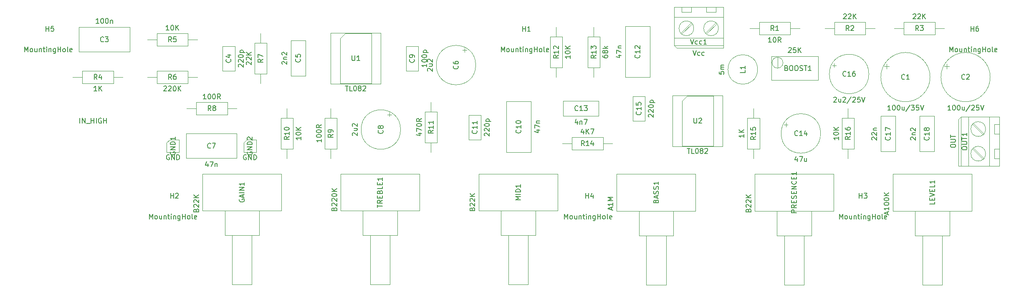
<source format=gbr>
G04 #@! TF.GenerationSoftware,KiCad,Pcbnew,(5.1.4)-1*
G04 #@! TF.CreationDate,2020-03-07T15:09:51+01:00*
G04 #@! TF.ProjectId,Lead-12-5010,4c656164-2d31-4322-9d35-3031302e6b69,rev?*
G04 #@! TF.SameCoordinates,Original*
G04 #@! TF.FileFunction,Other,Fab,Top*
%FSLAX46Y46*%
G04 Gerber Fmt 4.6, Leading zero omitted, Abs format (unit mm)*
G04 Created by KiCad (PCBNEW (5.1.4)-1) date 2020-03-07 15:09:51*
%MOMM*%
%LPD*%
G04 APERTURE LIST*
%ADD10C,0.100000*%
%ADD11C,0.150000*%
G04 APERTURE END LIST*
D10*
X214026000Y-88664000D02*
X212026000Y-88664000D01*
X214026000Y-89664000D02*
X214026000Y-88664000D01*
X212026000Y-89664000D02*
X214026000Y-89664000D01*
X212026000Y-88664000D02*
X212026000Y-89664000D01*
X213981000Y-91826000D02*
X211889000Y-93919000D01*
X214164000Y-92009000D02*
X212072000Y-94102000D01*
X209026000Y-88664000D02*
X207026000Y-88664000D01*
X209026000Y-89664000D02*
X209026000Y-88664000D01*
X207026000Y-89664000D02*
X209026000Y-89664000D01*
X207026000Y-88664000D02*
X207026000Y-89664000D01*
X208981000Y-91826000D02*
X206888000Y-93919000D01*
X209164000Y-92009000D02*
X207071000Y-94102000D01*
X205526000Y-90664000D02*
X215526000Y-90664000D01*
X205526000Y-94964000D02*
X215526000Y-94964000D01*
X205526000Y-96464000D02*
X215526000Y-96464000D01*
X205526000Y-96464000D02*
X205526000Y-88664000D01*
X206026000Y-96964000D02*
X205526000Y-96464000D01*
X215526000Y-96964000D02*
X206026000Y-96964000D01*
X215526000Y-88664000D02*
X215526000Y-96964000D01*
X205526000Y-88664000D02*
X215526000Y-88664000D01*
X214526000Y-92964000D02*
G75*
G03X214526000Y-92964000I-1500000J0D01*
G01*
X209526000Y-92964000D02*
G75*
G03X209526000Y-92964000I-1500000J0D01*
G01*
X93735000Y-102870000D02*
X91805000Y-102870000D01*
X83575000Y-102870000D02*
X85505000Y-102870000D01*
X91805000Y-101620000D02*
X85505000Y-101620000D01*
X91805000Y-104120000D02*
X91805000Y-101620000D01*
X85505000Y-104120000D02*
X91805000Y-104120000D01*
X85505000Y-101620000D02*
X85505000Y-104120000D01*
X106918000Y-96500000D02*
X106918000Y-94000000D01*
X106918000Y-94000000D02*
X100618000Y-94000000D01*
X100618000Y-94000000D02*
X100618000Y-96500000D01*
X100618000Y-96500000D02*
X106918000Y-96500000D01*
X108848000Y-95250000D02*
X106918000Y-95250000D01*
X98688000Y-95250000D02*
X100618000Y-95250000D01*
X100609000Y-101620000D02*
X100609000Y-104120000D01*
X100609000Y-104120000D02*
X106909000Y-104120000D01*
X106909000Y-104120000D02*
X106909000Y-101620000D01*
X106909000Y-101620000D02*
X100609000Y-101620000D01*
X98679000Y-102870000D02*
X100609000Y-102870000D01*
X108839000Y-102870000D02*
X106909000Y-102870000D01*
X187980000Y-100940000D02*
X190480000Y-100940000D01*
X190480000Y-100940000D02*
X190480000Y-94640000D01*
X190480000Y-94640000D02*
X187980000Y-94640000D01*
X187980000Y-94640000D02*
X187980000Y-100940000D01*
X189230000Y-102870000D02*
X189230000Y-100940000D01*
X189230000Y-92710000D02*
X189230000Y-94640000D01*
X209900000Y-122524000D02*
X193900000Y-122524000D01*
X193900000Y-122524000D02*
X193900000Y-130024000D01*
X193900000Y-130024000D02*
X209900000Y-130024000D01*
X209900000Y-130024000D02*
X209900000Y-122524000D01*
X205400000Y-130024000D02*
X198400000Y-130024000D01*
X198400000Y-130024000D02*
X198400000Y-135024000D01*
X198400000Y-135024000D02*
X205400000Y-135024000D01*
X205400000Y-135024000D02*
X205400000Y-130024000D01*
X203900000Y-135024000D02*
X199900000Y-135024000D01*
X199900000Y-135024000D02*
X199900000Y-145024000D01*
X199900000Y-145024000D02*
X203900000Y-145024000D01*
X203900000Y-145024000D02*
X203900000Y-135024000D01*
X125900000Y-122500000D02*
X109900000Y-122500000D01*
X109900000Y-122500000D02*
X109900000Y-130000000D01*
X109900000Y-130000000D02*
X125900000Y-130000000D01*
X125900000Y-130000000D02*
X125900000Y-122500000D01*
X121400000Y-130000000D02*
X114400000Y-130000000D01*
X114400000Y-130000000D02*
X114400000Y-135000000D01*
X114400000Y-135000000D02*
X121400000Y-135000000D01*
X121400000Y-135000000D02*
X121400000Y-130000000D01*
X119900000Y-135000000D02*
X115900000Y-135000000D01*
X115900000Y-135000000D02*
X115900000Y-145000000D01*
X115900000Y-145000000D02*
X119900000Y-145000000D01*
X119900000Y-145000000D02*
X119900000Y-135000000D01*
X259900000Y-145024000D02*
X259900000Y-135024000D01*
X255900000Y-145024000D02*
X259900000Y-145024000D01*
X255900000Y-135024000D02*
X255900000Y-145024000D01*
X259900000Y-135024000D02*
X255900000Y-135024000D01*
X261400000Y-135024000D02*
X261400000Y-130024000D01*
X254400000Y-135024000D02*
X261400000Y-135024000D01*
X254400000Y-130024000D02*
X254400000Y-135024000D01*
X261400000Y-130024000D02*
X254400000Y-130024000D01*
X265900000Y-130024000D02*
X265900000Y-122524000D01*
X249900000Y-130024000D02*
X265900000Y-130024000D01*
X249900000Y-122524000D02*
X249900000Y-130024000D01*
X265900000Y-122524000D02*
X249900000Y-122524000D01*
X181910000Y-122500000D02*
X165910000Y-122500000D01*
X165910000Y-122500000D02*
X165910000Y-130000000D01*
X165910000Y-130000000D02*
X181910000Y-130000000D01*
X181910000Y-130000000D02*
X181910000Y-122500000D01*
X177410000Y-130000000D02*
X170410000Y-130000000D01*
X170410000Y-130000000D02*
X170410000Y-135000000D01*
X170410000Y-135000000D02*
X177410000Y-135000000D01*
X177410000Y-135000000D02*
X177410000Y-130000000D01*
X175910000Y-135000000D02*
X171910000Y-135000000D01*
X171910000Y-135000000D02*
X171910000Y-145000000D01*
X171910000Y-145000000D02*
X175910000Y-145000000D01*
X175910000Y-145000000D02*
X175910000Y-135000000D01*
X147900000Y-145000000D02*
X147900000Y-135000000D01*
X143900000Y-145000000D02*
X147900000Y-145000000D01*
X143900000Y-135000000D02*
X143900000Y-145000000D01*
X147900000Y-135000000D02*
X143900000Y-135000000D01*
X149400000Y-135000000D02*
X149400000Y-130000000D01*
X142400000Y-135000000D02*
X149400000Y-135000000D01*
X142400000Y-130000000D02*
X142400000Y-135000000D01*
X149400000Y-130000000D02*
X142400000Y-130000000D01*
X153900000Y-130000000D02*
X153900000Y-122500000D01*
X137900000Y-130000000D02*
X153900000Y-130000000D01*
X137900000Y-122500000D02*
X137900000Y-130000000D01*
X153900000Y-122500000D02*
X137900000Y-122500000D01*
X200620000Y-102880000D02*
X200620000Y-92580000D01*
X195620000Y-102880000D02*
X200620000Y-102880000D01*
X195620000Y-92580000D02*
X195620000Y-102880000D01*
X200620000Y-92580000D02*
X195620000Y-92580000D01*
X176490000Y-118120000D02*
X176490000Y-107820000D01*
X171490000Y-118120000D02*
X176490000Y-118120000D01*
X171490000Y-107820000D02*
X171490000Y-118120000D01*
X176490000Y-107820000D02*
X171490000Y-107820000D01*
X84835000Y-97750000D02*
X95135000Y-97750000D01*
X84835000Y-92750000D02*
X84835000Y-97750000D01*
X95135000Y-92750000D02*
X84835000Y-92750000D01*
X95135000Y-97750000D02*
X95135000Y-92750000D01*
X165290000Y-100429000D02*
G75*
G03X165290000Y-100429000I-4000000J0D01*
G01*
X163037500Y-97002241D02*
X163037500Y-97802241D01*
X163437500Y-97402241D02*
X162637500Y-97402241D01*
X106550000Y-114340000D02*
X106550000Y-119340000D01*
X106550000Y-119340000D02*
X116850000Y-119340000D01*
X116850000Y-119340000D02*
X116850000Y-114340000D01*
X116850000Y-114340000D02*
X106550000Y-114340000D01*
X150050000Y-113510000D02*
G75*
G03X150050000Y-113510000I-4000000J0D01*
G01*
X147797500Y-110083241D02*
X147797500Y-110883241D01*
X148197500Y-110483241D02*
X147397500Y-110483241D01*
X151150000Y-96600000D02*
X151150000Y-101600000D01*
X153650000Y-96600000D02*
X151150000Y-96600000D01*
X153650000Y-101600000D02*
X153650000Y-96600000D01*
X151150000Y-101600000D02*
X153650000Y-101600000D01*
X163850000Y-115570000D02*
X166350000Y-115570000D01*
X166350000Y-115570000D02*
X166350000Y-110570000D01*
X166350000Y-110570000D02*
X163850000Y-110570000D01*
X163850000Y-110570000D02*
X163850000Y-115570000D01*
X237900000Y-122524000D02*
X221900000Y-122524000D01*
X221900000Y-122524000D02*
X221900000Y-130024000D01*
X221900000Y-130024000D02*
X237900000Y-130024000D01*
X237900000Y-130024000D02*
X237900000Y-122524000D01*
X233400000Y-130024000D02*
X226400000Y-130024000D01*
X226400000Y-130024000D02*
X226400000Y-135024000D01*
X226400000Y-135024000D02*
X233400000Y-135024000D01*
X233400000Y-135024000D02*
X233400000Y-130024000D01*
X231900000Y-135024000D02*
X227900000Y-135024000D01*
X227900000Y-135024000D02*
X227900000Y-145024000D01*
X227900000Y-145024000D02*
X231900000Y-145024000D01*
X231900000Y-145024000D02*
X231900000Y-135024000D01*
X122916000Y-95910000D02*
X120416000Y-95910000D01*
X120416000Y-95910000D02*
X120416000Y-102210000D01*
X120416000Y-102210000D02*
X122916000Y-102210000D01*
X122916000Y-102210000D02*
X122916000Y-95910000D01*
X121666000Y-93980000D02*
X121666000Y-95910000D01*
X121666000Y-104140000D02*
X121666000Y-102210000D01*
X106680000Y-109220000D02*
X108610000Y-109220000D01*
X116840000Y-109220000D02*
X114910000Y-109220000D01*
X108610000Y-110470000D02*
X114910000Y-110470000D01*
X108610000Y-107970000D02*
X108610000Y-110470000D01*
X114910000Y-107970000D02*
X108610000Y-107970000D01*
X114910000Y-110470000D02*
X114910000Y-107970000D01*
X137140000Y-111150000D02*
X134640000Y-111150000D01*
X134640000Y-111150000D02*
X134640000Y-117450000D01*
X134640000Y-117450000D02*
X137140000Y-117450000D01*
X137140000Y-117450000D02*
X137140000Y-111150000D01*
X135890000Y-109220000D02*
X135890000Y-111150000D01*
X135890000Y-119380000D02*
X135890000Y-117450000D01*
X125750000Y-117450000D02*
X128250000Y-117450000D01*
X128250000Y-117450000D02*
X128250000Y-111150000D01*
X128250000Y-111150000D02*
X125750000Y-111150000D01*
X125750000Y-111150000D02*
X125750000Y-117450000D01*
X127000000Y-119380000D02*
X127000000Y-117450000D01*
X127000000Y-109220000D02*
X127000000Y-111150000D01*
X156210000Y-118110000D02*
X156210000Y-116180000D01*
X156210000Y-107950000D02*
X156210000Y-109880000D01*
X157460000Y-116180000D02*
X157460000Y-109880000D01*
X154960000Y-116180000D02*
X157460000Y-116180000D01*
X154960000Y-109880000D02*
X154960000Y-116180000D01*
X157460000Y-109880000D02*
X154960000Y-109880000D01*
X181610000Y-92710000D02*
X181610000Y-94640000D01*
X181610000Y-102870000D02*
X181610000Y-100940000D01*
X180360000Y-94640000D02*
X180360000Y-100940000D01*
X182860000Y-94640000D02*
X180360000Y-94640000D01*
X182860000Y-100940000D02*
X182860000Y-94640000D01*
X180360000Y-100940000D02*
X182860000Y-100940000D01*
X182880000Y-116332000D02*
X184810000Y-116332000D01*
X193040000Y-116332000D02*
X191110000Y-116332000D01*
X184810000Y-117582000D02*
X191110000Y-117582000D01*
X184810000Y-115082000D02*
X184810000Y-117582000D01*
X191110000Y-115082000D02*
X184810000Y-115082000D01*
X191110000Y-117582000D02*
X191110000Y-115082000D01*
X240792000Y-119380000D02*
X240792000Y-117450000D01*
X240792000Y-109220000D02*
X240792000Y-111150000D01*
X242042000Y-117450000D02*
X242042000Y-111150000D01*
X239542000Y-117450000D02*
X242042000Y-117450000D01*
X239542000Y-111150000D02*
X239542000Y-117450000D01*
X242042000Y-111150000D02*
X239542000Y-111150000D01*
X138795000Y-93980000D02*
X144145000Y-93980000D01*
X144145000Y-93980000D02*
X144145000Y-104140000D01*
X144145000Y-104140000D02*
X137795000Y-104140000D01*
X137795000Y-104140000D02*
X137795000Y-94980000D01*
X137795000Y-94980000D02*
X138795000Y-93980000D01*
X135890000Y-93920000D02*
X135890000Y-104200000D01*
X135890000Y-104200000D02*
X146050000Y-104200000D01*
X146050000Y-104200000D02*
X146050000Y-93920000D01*
X146050000Y-93920000D02*
X135890000Y-93920000D01*
X245018000Y-102235000D02*
G75*
G03X245018000Y-102235000I-4000000J0D01*
G01*
X237591241Y-100487500D02*
X238391241Y-100487500D01*
X237991241Y-100087500D02*
X237991241Y-100887500D01*
X269640000Y-102870000D02*
G75*
G03X269640000Y-102870000I-5000000J0D01*
G01*
X260351139Y-100682500D02*
X261351139Y-100682500D01*
X260851139Y-100182500D02*
X260851139Y-101182500D01*
X227597000Y-99942000D02*
G75*
G03X227597000Y-99942000I-1095000J0D01*
G01*
X234762000Y-103502000D02*
X234762000Y-98672000D01*
X234762000Y-98672000D02*
X225232000Y-98672000D01*
X225232000Y-98672000D02*
X225232000Y-103502000D01*
X225232000Y-103502000D02*
X234762000Y-103502000D01*
X226502000Y-98857000D02*
X226501000Y-101026000D01*
X226502000Y-98857000D02*
X226501000Y-101026000D01*
X235239000Y-114300000D02*
G75*
G03X235239000Y-114300000I-4000000J0D01*
G01*
X227812241Y-112552500D02*
X228612241Y-112552500D01*
X228212241Y-112152500D02*
X228212241Y-112952500D01*
X222865000Y-111150000D02*
X220365000Y-111150000D01*
X220365000Y-111150000D02*
X220365000Y-117450000D01*
X220365000Y-117450000D02*
X222865000Y-117450000D01*
X222865000Y-117450000D02*
X222865000Y-111150000D01*
X221615000Y-109220000D02*
X221615000Y-111150000D01*
X221615000Y-119380000D02*
X221615000Y-117450000D01*
X197124000Y-111760000D02*
X199624000Y-111760000D01*
X199624000Y-111760000D02*
X199624000Y-106760000D01*
X199624000Y-106760000D02*
X197124000Y-106760000D01*
X197124000Y-106760000D02*
X197124000Y-111760000D01*
X208137000Y-106680000D02*
X213487000Y-106680000D01*
X213487000Y-106680000D02*
X213487000Y-116840000D01*
X213487000Y-116840000D02*
X207137000Y-116840000D01*
X207137000Y-116840000D02*
X207137000Y-107680000D01*
X207137000Y-107680000D02*
X208137000Y-106680000D01*
X205232000Y-106620000D02*
X205232000Y-116900000D01*
X205232000Y-116900000D02*
X215392000Y-116900000D01*
X215392000Y-116900000D02*
X215392000Y-106620000D01*
X215392000Y-106620000D02*
X205232000Y-106620000D01*
X113939000Y-101600000D02*
X116439000Y-101600000D01*
X116439000Y-101600000D02*
X116439000Y-96600000D01*
X116439000Y-96600000D02*
X113939000Y-96600000D01*
X113939000Y-96600000D02*
X113939000Y-101600000D01*
X236093000Y-92964000D02*
X238023000Y-92964000D01*
X246253000Y-92964000D02*
X244323000Y-92964000D01*
X238023000Y-94214000D02*
X244323000Y-94214000D01*
X238023000Y-91714000D02*
X238023000Y-94214000D01*
X244323000Y-91714000D02*
X238023000Y-91714000D01*
X244323000Y-94214000D02*
X244323000Y-91714000D01*
X258420000Y-94214000D02*
X258420000Y-91714000D01*
X258420000Y-91714000D02*
X252120000Y-91714000D01*
X252120000Y-91714000D02*
X252120000Y-94214000D01*
X252120000Y-94214000D02*
X258420000Y-94214000D01*
X260350000Y-92964000D02*
X258420000Y-92964000D01*
X250190000Y-92964000D02*
X252120000Y-92964000D01*
X102616000Y-116205000D02*
X103251000Y-115570000D01*
X102616000Y-118110000D02*
X102616000Y-116205000D01*
X105156000Y-118110000D02*
X102616000Y-118110000D01*
X105156000Y-115570000D02*
X105156000Y-118110000D01*
X103251000Y-115570000D02*
X105156000Y-115570000D01*
X118872000Y-115570000D02*
X120777000Y-115570000D01*
X120777000Y-115570000D02*
X120777000Y-118110000D01*
X120777000Y-118110000D02*
X118237000Y-118110000D01*
X118237000Y-118110000D02*
X118237000Y-116205000D01*
X118237000Y-116205000D02*
X118872000Y-115570000D01*
X257448000Y-102870000D02*
G75*
G03X257448000Y-102870000I-5000000J0D01*
G01*
X248159139Y-100682500D02*
X249159139Y-100682500D01*
X248659139Y-100182500D02*
X248659139Y-101182500D01*
X222456000Y-101314000D02*
G75*
G03X222456000Y-101314000I-3000000J0D01*
G01*
X222783000Y-91714000D02*
X222783000Y-94214000D01*
X222783000Y-94214000D02*
X229083000Y-94214000D01*
X229083000Y-94214000D02*
X229083000Y-91714000D01*
X229083000Y-91714000D02*
X222783000Y-91714000D01*
X220853000Y-92964000D02*
X222783000Y-92964000D01*
X231013000Y-92964000D02*
X229083000Y-92964000D01*
X130786000Y-95420000D02*
X127786000Y-95420000D01*
X127786000Y-95420000D02*
X127786000Y-102620000D01*
X127786000Y-102620000D02*
X130786000Y-102620000D01*
X130786000Y-102620000D02*
X130786000Y-95420000D01*
X183050000Y-107720000D02*
X183050000Y-110720000D01*
X183050000Y-110720000D02*
X190250000Y-110720000D01*
X190250000Y-110720000D02*
X190250000Y-107720000D01*
X190250000Y-107720000D02*
X183050000Y-107720000D01*
X250420000Y-117987000D02*
X250420000Y-110787000D01*
X247420000Y-117987000D02*
X250420000Y-117987000D01*
X247420000Y-110787000D02*
X247420000Y-117987000D01*
X250420000Y-110787000D02*
X247420000Y-110787000D01*
X258294000Y-117987000D02*
X258294000Y-110787000D01*
X255294000Y-117987000D02*
X258294000Y-117987000D01*
X255294000Y-110787000D02*
X255294000Y-117987000D01*
X258294000Y-110787000D02*
X255294000Y-110787000D01*
X268708000Y-113411000D02*
G75*
G03X268708000Y-113411000I-1500000J0D01*
G01*
X268708000Y-118411000D02*
G75*
G03X268708000Y-118411000I-1500000J0D01*
G01*
X271508000Y-110911000D02*
X271508000Y-120911000D01*
X271508000Y-120911000D02*
X263208000Y-120911000D01*
X263208000Y-120911000D02*
X263208000Y-111411000D01*
X263208000Y-111411000D02*
X263708000Y-110911000D01*
X263708000Y-110911000D02*
X271508000Y-110911000D01*
X263708000Y-110911000D02*
X263708000Y-120911000D01*
X265208000Y-110911000D02*
X265208000Y-120911000D01*
X269508000Y-110911000D02*
X269508000Y-120911000D01*
X268163000Y-114549000D02*
X266070000Y-112456000D01*
X268346000Y-114366000D02*
X266253000Y-112273000D01*
X271508000Y-112411000D02*
X270508000Y-112411000D01*
X270508000Y-112411000D02*
X270508000Y-114411000D01*
X270508000Y-114411000D02*
X271508000Y-114411000D01*
X271508000Y-114411000D02*
X271508000Y-112411000D01*
X268163000Y-119549000D02*
X266070000Y-117457000D01*
X268346000Y-119366000D02*
X266253000Y-117274000D01*
X271508000Y-117411000D02*
X270508000Y-117411000D01*
X270508000Y-117411000D02*
X270508000Y-119411000D01*
X270508000Y-119411000D02*
X271508000Y-119411000D01*
X271508000Y-119411000D02*
X271508000Y-117411000D01*
D11*
X209335523Y-97476380D02*
X209668857Y-98476380D01*
X210002190Y-97476380D01*
X210764095Y-98428761D02*
X210668857Y-98476380D01*
X210478380Y-98476380D01*
X210383142Y-98428761D01*
X210335523Y-98381142D01*
X210287904Y-98285904D01*
X210287904Y-98000190D01*
X210335523Y-97904952D01*
X210383142Y-97857333D01*
X210478380Y-97809714D01*
X210668857Y-97809714D01*
X210764095Y-97857333D01*
X211621238Y-98428761D02*
X211526000Y-98476380D01*
X211335523Y-98476380D01*
X211240285Y-98428761D01*
X211192666Y-98381142D01*
X211145047Y-98285904D01*
X211145047Y-98000190D01*
X211192666Y-97904952D01*
X211240285Y-97857333D01*
X211335523Y-97809714D01*
X211526000Y-97809714D01*
X211621238Y-97857333D01*
X208859333Y-95166380D02*
X209192666Y-96166380D01*
X209526000Y-95166380D01*
X210287904Y-96118761D02*
X210192666Y-96166380D01*
X210002190Y-96166380D01*
X209906952Y-96118761D01*
X209859333Y-96071142D01*
X209811714Y-95975904D01*
X209811714Y-95690190D01*
X209859333Y-95594952D01*
X209906952Y-95547333D01*
X210002190Y-95499714D01*
X210192666Y-95499714D01*
X210287904Y-95547333D01*
X211145047Y-96118761D02*
X211049809Y-96166380D01*
X210859333Y-96166380D01*
X210764095Y-96118761D01*
X210716476Y-96071142D01*
X210668857Y-95975904D01*
X210668857Y-95690190D01*
X210716476Y-95594952D01*
X210764095Y-95547333D01*
X210859333Y-95499714D01*
X211049809Y-95499714D01*
X211145047Y-95547333D01*
X212097428Y-96166380D02*
X211526000Y-96166380D01*
X211811714Y-96166380D02*
X211811714Y-95166380D01*
X211716476Y-95309238D01*
X211621238Y-95404476D01*
X211526000Y-95452095D01*
X183301285Y-131652380D02*
X183301285Y-130652380D01*
X183634619Y-131366666D01*
X183967952Y-130652380D01*
X183967952Y-131652380D01*
X184587000Y-131652380D02*
X184491761Y-131604761D01*
X184444142Y-131557142D01*
X184396523Y-131461904D01*
X184396523Y-131176190D01*
X184444142Y-131080952D01*
X184491761Y-131033333D01*
X184587000Y-130985714D01*
X184729857Y-130985714D01*
X184825095Y-131033333D01*
X184872714Y-131080952D01*
X184920333Y-131176190D01*
X184920333Y-131461904D01*
X184872714Y-131557142D01*
X184825095Y-131604761D01*
X184729857Y-131652380D01*
X184587000Y-131652380D01*
X185777476Y-130985714D02*
X185777476Y-131652380D01*
X185348904Y-130985714D02*
X185348904Y-131509523D01*
X185396523Y-131604761D01*
X185491761Y-131652380D01*
X185634619Y-131652380D01*
X185729857Y-131604761D01*
X185777476Y-131557142D01*
X186253666Y-130985714D02*
X186253666Y-131652380D01*
X186253666Y-131080952D02*
X186301285Y-131033333D01*
X186396523Y-130985714D01*
X186539380Y-130985714D01*
X186634619Y-131033333D01*
X186682238Y-131128571D01*
X186682238Y-131652380D01*
X187015571Y-130985714D02*
X187396523Y-130985714D01*
X187158428Y-130652380D02*
X187158428Y-131509523D01*
X187206047Y-131604761D01*
X187301285Y-131652380D01*
X187396523Y-131652380D01*
X187729857Y-131652380D02*
X187729857Y-130985714D01*
X187729857Y-130652380D02*
X187682238Y-130700000D01*
X187729857Y-130747619D01*
X187777476Y-130700000D01*
X187729857Y-130652380D01*
X187729857Y-130747619D01*
X188206047Y-130985714D02*
X188206047Y-131652380D01*
X188206047Y-131080952D02*
X188253666Y-131033333D01*
X188348904Y-130985714D01*
X188491761Y-130985714D01*
X188587000Y-131033333D01*
X188634619Y-131128571D01*
X188634619Y-131652380D01*
X189539380Y-130985714D02*
X189539380Y-131795238D01*
X189491761Y-131890476D01*
X189444142Y-131938095D01*
X189348904Y-131985714D01*
X189206047Y-131985714D01*
X189110809Y-131938095D01*
X189539380Y-131604761D02*
X189444142Y-131652380D01*
X189253666Y-131652380D01*
X189158428Y-131604761D01*
X189110809Y-131557142D01*
X189063190Y-131461904D01*
X189063190Y-131176190D01*
X189110809Y-131080952D01*
X189158428Y-131033333D01*
X189253666Y-130985714D01*
X189444142Y-130985714D01*
X189539380Y-131033333D01*
X190015571Y-131652380D02*
X190015571Y-130652380D01*
X190015571Y-131128571D02*
X190587000Y-131128571D01*
X190587000Y-131652380D02*
X190587000Y-130652380D01*
X191206047Y-131652380D02*
X191110809Y-131604761D01*
X191063190Y-131557142D01*
X191015571Y-131461904D01*
X191015571Y-131176190D01*
X191063190Y-131080952D01*
X191110809Y-131033333D01*
X191206047Y-130985714D01*
X191348904Y-130985714D01*
X191444142Y-131033333D01*
X191491761Y-131080952D01*
X191539380Y-131176190D01*
X191539380Y-131461904D01*
X191491761Y-131557142D01*
X191444142Y-131604761D01*
X191348904Y-131652380D01*
X191206047Y-131652380D01*
X192110809Y-131652380D02*
X192015571Y-131604761D01*
X191967952Y-131509523D01*
X191967952Y-130652380D01*
X192872714Y-131604761D02*
X192777476Y-131652380D01*
X192587000Y-131652380D01*
X192491761Y-131604761D01*
X192444142Y-131509523D01*
X192444142Y-131128571D01*
X192491761Y-131033333D01*
X192587000Y-130985714D01*
X192777476Y-130985714D01*
X192872714Y-131033333D01*
X192920333Y-131128571D01*
X192920333Y-131223809D01*
X192444142Y-131319047D01*
X187625095Y-127452380D02*
X187625095Y-126452380D01*
X187625095Y-126928571D02*
X188196523Y-126928571D01*
X188196523Y-127452380D02*
X188196523Y-126452380D01*
X189101285Y-126785714D02*
X189101285Y-127452380D01*
X188863190Y-126404761D02*
X188625095Y-127119047D01*
X189244142Y-127119047D01*
X99100285Y-131652380D02*
X99100285Y-130652380D01*
X99433619Y-131366666D01*
X99766952Y-130652380D01*
X99766952Y-131652380D01*
X100386000Y-131652380D02*
X100290761Y-131604761D01*
X100243142Y-131557142D01*
X100195523Y-131461904D01*
X100195523Y-131176190D01*
X100243142Y-131080952D01*
X100290761Y-131033333D01*
X100386000Y-130985714D01*
X100528857Y-130985714D01*
X100624095Y-131033333D01*
X100671714Y-131080952D01*
X100719333Y-131176190D01*
X100719333Y-131461904D01*
X100671714Y-131557142D01*
X100624095Y-131604761D01*
X100528857Y-131652380D01*
X100386000Y-131652380D01*
X101576476Y-130985714D02*
X101576476Y-131652380D01*
X101147904Y-130985714D02*
X101147904Y-131509523D01*
X101195523Y-131604761D01*
X101290761Y-131652380D01*
X101433619Y-131652380D01*
X101528857Y-131604761D01*
X101576476Y-131557142D01*
X102052666Y-130985714D02*
X102052666Y-131652380D01*
X102052666Y-131080952D02*
X102100285Y-131033333D01*
X102195523Y-130985714D01*
X102338380Y-130985714D01*
X102433619Y-131033333D01*
X102481238Y-131128571D01*
X102481238Y-131652380D01*
X102814571Y-130985714D02*
X103195523Y-130985714D01*
X102957428Y-130652380D02*
X102957428Y-131509523D01*
X103005047Y-131604761D01*
X103100285Y-131652380D01*
X103195523Y-131652380D01*
X103528857Y-131652380D02*
X103528857Y-130985714D01*
X103528857Y-130652380D02*
X103481238Y-130700000D01*
X103528857Y-130747619D01*
X103576476Y-130700000D01*
X103528857Y-130652380D01*
X103528857Y-130747619D01*
X104005047Y-130985714D02*
X104005047Y-131652380D01*
X104005047Y-131080952D02*
X104052666Y-131033333D01*
X104147904Y-130985714D01*
X104290761Y-130985714D01*
X104386000Y-131033333D01*
X104433619Y-131128571D01*
X104433619Y-131652380D01*
X105338380Y-130985714D02*
X105338380Y-131795238D01*
X105290761Y-131890476D01*
X105243142Y-131938095D01*
X105147904Y-131985714D01*
X105005047Y-131985714D01*
X104909809Y-131938095D01*
X105338380Y-131604761D02*
X105243142Y-131652380D01*
X105052666Y-131652380D01*
X104957428Y-131604761D01*
X104909809Y-131557142D01*
X104862190Y-131461904D01*
X104862190Y-131176190D01*
X104909809Y-131080952D01*
X104957428Y-131033333D01*
X105052666Y-130985714D01*
X105243142Y-130985714D01*
X105338380Y-131033333D01*
X105814571Y-131652380D02*
X105814571Y-130652380D01*
X105814571Y-131128571D02*
X106386000Y-131128571D01*
X106386000Y-131652380D02*
X106386000Y-130652380D01*
X107005047Y-131652380D02*
X106909809Y-131604761D01*
X106862190Y-131557142D01*
X106814571Y-131461904D01*
X106814571Y-131176190D01*
X106862190Y-131080952D01*
X106909809Y-131033333D01*
X107005047Y-130985714D01*
X107147904Y-130985714D01*
X107243142Y-131033333D01*
X107290761Y-131080952D01*
X107338380Y-131176190D01*
X107338380Y-131461904D01*
X107290761Y-131557142D01*
X107243142Y-131604761D01*
X107147904Y-131652380D01*
X107005047Y-131652380D01*
X107909809Y-131652380D02*
X107814571Y-131604761D01*
X107766952Y-131509523D01*
X107766952Y-130652380D01*
X108671714Y-131604761D02*
X108576476Y-131652380D01*
X108386000Y-131652380D01*
X108290761Y-131604761D01*
X108243142Y-131509523D01*
X108243142Y-131128571D01*
X108290761Y-131033333D01*
X108386000Y-130985714D01*
X108576476Y-130985714D01*
X108671714Y-131033333D01*
X108719333Y-131128571D01*
X108719333Y-131223809D01*
X108243142Y-131319047D01*
X103424095Y-127452380D02*
X103424095Y-126452380D01*
X103424095Y-126928571D02*
X103995523Y-126928571D01*
X103995523Y-127452380D02*
X103995523Y-126452380D01*
X104424095Y-126547619D02*
X104471714Y-126500000D01*
X104566952Y-126452380D01*
X104805047Y-126452380D01*
X104900285Y-126500000D01*
X104947904Y-126547619D01*
X104995523Y-126642857D01*
X104995523Y-126738095D01*
X104947904Y-126880952D01*
X104376476Y-127452380D01*
X104995523Y-127452380D01*
X239054285Y-131652380D02*
X239054285Y-130652380D01*
X239387619Y-131366666D01*
X239720952Y-130652380D01*
X239720952Y-131652380D01*
X240340000Y-131652380D02*
X240244761Y-131604761D01*
X240197142Y-131557142D01*
X240149523Y-131461904D01*
X240149523Y-131176190D01*
X240197142Y-131080952D01*
X240244761Y-131033333D01*
X240340000Y-130985714D01*
X240482857Y-130985714D01*
X240578095Y-131033333D01*
X240625714Y-131080952D01*
X240673333Y-131176190D01*
X240673333Y-131461904D01*
X240625714Y-131557142D01*
X240578095Y-131604761D01*
X240482857Y-131652380D01*
X240340000Y-131652380D01*
X241530476Y-130985714D02*
X241530476Y-131652380D01*
X241101904Y-130985714D02*
X241101904Y-131509523D01*
X241149523Y-131604761D01*
X241244761Y-131652380D01*
X241387619Y-131652380D01*
X241482857Y-131604761D01*
X241530476Y-131557142D01*
X242006666Y-130985714D02*
X242006666Y-131652380D01*
X242006666Y-131080952D02*
X242054285Y-131033333D01*
X242149523Y-130985714D01*
X242292380Y-130985714D01*
X242387619Y-131033333D01*
X242435238Y-131128571D01*
X242435238Y-131652380D01*
X242768571Y-130985714D02*
X243149523Y-130985714D01*
X242911428Y-130652380D02*
X242911428Y-131509523D01*
X242959047Y-131604761D01*
X243054285Y-131652380D01*
X243149523Y-131652380D01*
X243482857Y-131652380D02*
X243482857Y-130985714D01*
X243482857Y-130652380D02*
X243435238Y-130700000D01*
X243482857Y-130747619D01*
X243530476Y-130700000D01*
X243482857Y-130652380D01*
X243482857Y-130747619D01*
X243959047Y-130985714D02*
X243959047Y-131652380D01*
X243959047Y-131080952D02*
X244006666Y-131033333D01*
X244101904Y-130985714D01*
X244244761Y-130985714D01*
X244340000Y-131033333D01*
X244387619Y-131128571D01*
X244387619Y-131652380D01*
X245292380Y-130985714D02*
X245292380Y-131795238D01*
X245244761Y-131890476D01*
X245197142Y-131938095D01*
X245101904Y-131985714D01*
X244959047Y-131985714D01*
X244863809Y-131938095D01*
X245292380Y-131604761D02*
X245197142Y-131652380D01*
X245006666Y-131652380D01*
X244911428Y-131604761D01*
X244863809Y-131557142D01*
X244816190Y-131461904D01*
X244816190Y-131176190D01*
X244863809Y-131080952D01*
X244911428Y-131033333D01*
X245006666Y-130985714D01*
X245197142Y-130985714D01*
X245292380Y-131033333D01*
X245768571Y-131652380D02*
X245768571Y-130652380D01*
X245768571Y-131128571D02*
X246340000Y-131128571D01*
X246340000Y-131652380D02*
X246340000Y-130652380D01*
X246959047Y-131652380D02*
X246863809Y-131604761D01*
X246816190Y-131557142D01*
X246768571Y-131461904D01*
X246768571Y-131176190D01*
X246816190Y-131080952D01*
X246863809Y-131033333D01*
X246959047Y-130985714D01*
X247101904Y-130985714D01*
X247197142Y-131033333D01*
X247244761Y-131080952D01*
X247292380Y-131176190D01*
X247292380Y-131461904D01*
X247244761Y-131557142D01*
X247197142Y-131604761D01*
X247101904Y-131652380D01*
X246959047Y-131652380D01*
X247863809Y-131652380D02*
X247768571Y-131604761D01*
X247720952Y-131509523D01*
X247720952Y-130652380D01*
X248625714Y-131604761D02*
X248530476Y-131652380D01*
X248340000Y-131652380D01*
X248244761Y-131604761D01*
X248197142Y-131509523D01*
X248197142Y-131128571D01*
X248244761Y-131033333D01*
X248340000Y-130985714D01*
X248530476Y-130985714D01*
X248625714Y-131033333D01*
X248673333Y-131128571D01*
X248673333Y-131223809D01*
X248197142Y-131319047D01*
X243078095Y-127452380D02*
X243078095Y-126452380D01*
X243078095Y-126928571D02*
X243649523Y-126928571D01*
X243649523Y-127452380D02*
X243649523Y-126452380D01*
X244030476Y-126452380D02*
X244649523Y-126452380D01*
X244316190Y-126833333D01*
X244459047Y-126833333D01*
X244554285Y-126880952D01*
X244601904Y-126928571D01*
X244649523Y-127023809D01*
X244649523Y-127261904D01*
X244601904Y-127357142D01*
X244554285Y-127404761D01*
X244459047Y-127452380D01*
X244173333Y-127452380D01*
X244078095Y-127404761D01*
X244030476Y-127357142D01*
X170474285Y-97743380D02*
X170474285Y-96743380D01*
X170807619Y-97457666D01*
X171140952Y-96743380D01*
X171140952Y-97743380D01*
X171760000Y-97743380D02*
X171664761Y-97695761D01*
X171617142Y-97648142D01*
X171569523Y-97552904D01*
X171569523Y-97267190D01*
X171617142Y-97171952D01*
X171664761Y-97124333D01*
X171760000Y-97076714D01*
X171902857Y-97076714D01*
X171998095Y-97124333D01*
X172045714Y-97171952D01*
X172093333Y-97267190D01*
X172093333Y-97552904D01*
X172045714Y-97648142D01*
X171998095Y-97695761D01*
X171902857Y-97743380D01*
X171760000Y-97743380D01*
X172950476Y-97076714D02*
X172950476Y-97743380D01*
X172521904Y-97076714D02*
X172521904Y-97600523D01*
X172569523Y-97695761D01*
X172664761Y-97743380D01*
X172807619Y-97743380D01*
X172902857Y-97695761D01*
X172950476Y-97648142D01*
X173426666Y-97076714D02*
X173426666Y-97743380D01*
X173426666Y-97171952D02*
X173474285Y-97124333D01*
X173569523Y-97076714D01*
X173712380Y-97076714D01*
X173807619Y-97124333D01*
X173855238Y-97219571D01*
X173855238Y-97743380D01*
X174188571Y-97076714D02*
X174569523Y-97076714D01*
X174331428Y-96743380D02*
X174331428Y-97600523D01*
X174379047Y-97695761D01*
X174474285Y-97743380D01*
X174569523Y-97743380D01*
X174902857Y-97743380D02*
X174902857Y-97076714D01*
X174902857Y-96743380D02*
X174855238Y-96791000D01*
X174902857Y-96838619D01*
X174950476Y-96791000D01*
X174902857Y-96743380D01*
X174902857Y-96838619D01*
X175379047Y-97076714D02*
X175379047Y-97743380D01*
X175379047Y-97171952D02*
X175426666Y-97124333D01*
X175521904Y-97076714D01*
X175664761Y-97076714D01*
X175760000Y-97124333D01*
X175807619Y-97219571D01*
X175807619Y-97743380D01*
X176712380Y-97076714D02*
X176712380Y-97886238D01*
X176664761Y-97981476D01*
X176617142Y-98029095D01*
X176521904Y-98076714D01*
X176379047Y-98076714D01*
X176283809Y-98029095D01*
X176712380Y-97695761D02*
X176617142Y-97743380D01*
X176426666Y-97743380D01*
X176331428Y-97695761D01*
X176283809Y-97648142D01*
X176236190Y-97552904D01*
X176236190Y-97267190D01*
X176283809Y-97171952D01*
X176331428Y-97124333D01*
X176426666Y-97076714D01*
X176617142Y-97076714D01*
X176712380Y-97124333D01*
X177188571Y-97743380D02*
X177188571Y-96743380D01*
X177188571Y-97219571D02*
X177760000Y-97219571D01*
X177760000Y-97743380D02*
X177760000Y-96743380D01*
X178379047Y-97743380D02*
X178283809Y-97695761D01*
X178236190Y-97648142D01*
X178188571Y-97552904D01*
X178188571Y-97267190D01*
X178236190Y-97171952D01*
X178283809Y-97124333D01*
X178379047Y-97076714D01*
X178521904Y-97076714D01*
X178617142Y-97124333D01*
X178664761Y-97171952D01*
X178712380Y-97267190D01*
X178712380Y-97552904D01*
X178664761Y-97648142D01*
X178617142Y-97695761D01*
X178521904Y-97743380D01*
X178379047Y-97743380D01*
X179283809Y-97743380D02*
X179188571Y-97695761D01*
X179140952Y-97600523D01*
X179140952Y-96743380D01*
X180045714Y-97695761D02*
X179950476Y-97743380D01*
X179760000Y-97743380D01*
X179664761Y-97695761D01*
X179617142Y-97600523D01*
X179617142Y-97219571D01*
X179664761Y-97124333D01*
X179760000Y-97076714D01*
X179950476Y-97076714D01*
X180045714Y-97124333D01*
X180093333Y-97219571D01*
X180093333Y-97314809D01*
X179617142Y-97410047D01*
X174798095Y-93543380D02*
X174798095Y-92543380D01*
X174798095Y-93019571D02*
X175369523Y-93019571D01*
X175369523Y-93543380D02*
X175369523Y-92543380D01*
X176369523Y-93543380D02*
X175798095Y-93543380D01*
X176083809Y-93543380D02*
X176083809Y-92543380D01*
X175988571Y-92686238D01*
X175893333Y-92781476D01*
X175798095Y-92829095D01*
X88440714Y-105692380D02*
X87869285Y-105692380D01*
X88155000Y-105692380D02*
X88155000Y-104692380D01*
X88059761Y-104835238D01*
X87964523Y-104930476D01*
X87869285Y-104978095D01*
X88869285Y-105692380D02*
X88869285Y-104692380D01*
X89440714Y-105692380D02*
X89012142Y-105120952D01*
X89440714Y-104692380D02*
X88869285Y-105263809D01*
X88488333Y-103322380D02*
X88155000Y-102846190D01*
X87916904Y-103322380D02*
X87916904Y-102322380D01*
X88297857Y-102322380D01*
X88393095Y-102370000D01*
X88440714Y-102417619D01*
X88488333Y-102512857D01*
X88488333Y-102655714D01*
X88440714Y-102750952D01*
X88393095Y-102798571D01*
X88297857Y-102846190D01*
X87916904Y-102846190D01*
X89345476Y-102655714D02*
X89345476Y-103322380D01*
X89107380Y-102274761D02*
X88869285Y-102989047D01*
X89488333Y-102989047D01*
X103077523Y-93332380D02*
X102506095Y-93332380D01*
X102791809Y-93332380D02*
X102791809Y-92332380D01*
X102696571Y-92475238D01*
X102601333Y-92570476D01*
X102506095Y-92618095D01*
X103696571Y-92332380D02*
X103791809Y-92332380D01*
X103887047Y-92380000D01*
X103934666Y-92427619D01*
X103982285Y-92522857D01*
X104029904Y-92713333D01*
X104029904Y-92951428D01*
X103982285Y-93141904D01*
X103934666Y-93237142D01*
X103887047Y-93284761D01*
X103791809Y-93332380D01*
X103696571Y-93332380D01*
X103601333Y-93284761D01*
X103553714Y-93237142D01*
X103506095Y-93141904D01*
X103458476Y-92951428D01*
X103458476Y-92713333D01*
X103506095Y-92522857D01*
X103553714Y-92427619D01*
X103601333Y-92380000D01*
X103696571Y-92332380D01*
X104458476Y-93332380D02*
X104458476Y-92332380D01*
X105029904Y-93332380D02*
X104601333Y-92760952D01*
X105029904Y-92332380D02*
X104458476Y-92903809D01*
X103601333Y-95702380D02*
X103268000Y-95226190D01*
X103029904Y-95702380D02*
X103029904Y-94702380D01*
X103410857Y-94702380D01*
X103506095Y-94750000D01*
X103553714Y-94797619D01*
X103601333Y-94892857D01*
X103601333Y-95035714D01*
X103553714Y-95130952D01*
X103506095Y-95178571D01*
X103410857Y-95226190D01*
X103029904Y-95226190D01*
X104506095Y-94702380D02*
X104029904Y-94702380D01*
X103982285Y-95178571D01*
X104029904Y-95130952D01*
X104125142Y-95083333D01*
X104363238Y-95083333D01*
X104458476Y-95130952D01*
X104506095Y-95178571D01*
X104553714Y-95273809D01*
X104553714Y-95511904D01*
X104506095Y-95607142D01*
X104458476Y-95654761D01*
X104363238Y-95702380D01*
X104125142Y-95702380D01*
X104029904Y-95654761D01*
X103982285Y-95607142D01*
X102020904Y-104787619D02*
X102068523Y-104740000D01*
X102163761Y-104692380D01*
X102401857Y-104692380D01*
X102497095Y-104740000D01*
X102544714Y-104787619D01*
X102592333Y-104882857D01*
X102592333Y-104978095D01*
X102544714Y-105120952D01*
X101973285Y-105692380D01*
X102592333Y-105692380D01*
X102973285Y-104787619D02*
X103020904Y-104740000D01*
X103116142Y-104692380D01*
X103354238Y-104692380D01*
X103449476Y-104740000D01*
X103497095Y-104787619D01*
X103544714Y-104882857D01*
X103544714Y-104978095D01*
X103497095Y-105120952D01*
X102925666Y-105692380D01*
X103544714Y-105692380D01*
X104163761Y-104692380D02*
X104259000Y-104692380D01*
X104354238Y-104740000D01*
X104401857Y-104787619D01*
X104449476Y-104882857D01*
X104497095Y-105073333D01*
X104497095Y-105311428D01*
X104449476Y-105501904D01*
X104401857Y-105597142D01*
X104354238Y-105644761D01*
X104259000Y-105692380D01*
X104163761Y-105692380D01*
X104068523Y-105644761D01*
X104020904Y-105597142D01*
X103973285Y-105501904D01*
X103925666Y-105311428D01*
X103925666Y-105073333D01*
X103973285Y-104882857D01*
X104020904Y-104787619D01*
X104068523Y-104740000D01*
X104163761Y-104692380D01*
X104925666Y-105692380D02*
X104925666Y-104692380D01*
X105497095Y-105692380D02*
X105068523Y-105120952D01*
X105497095Y-104692380D02*
X104925666Y-105263809D01*
X103592333Y-103322380D02*
X103259000Y-102846190D01*
X103020904Y-103322380D02*
X103020904Y-102322380D01*
X103401857Y-102322380D01*
X103497095Y-102370000D01*
X103544714Y-102417619D01*
X103592333Y-102512857D01*
X103592333Y-102655714D01*
X103544714Y-102750952D01*
X103497095Y-102798571D01*
X103401857Y-102846190D01*
X103020904Y-102846190D01*
X104449476Y-102322380D02*
X104259000Y-102322380D01*
X104163761Y-102370000D01*
X104116142Y-102417619D01*
X104020904Y-102560476D01*
X103973285Y-102750952D01*
X103973285Y-103131904D01*
X104020904Y-103227142D01*
X104068523Y-103274761D01*
X104163761Y-103322380D01*
X104354238Y-103322380D01*
X104449476Y-103274761D01*
X104497095Y-103227142D01*
X104544714Y-103131904D01*
X104544714Y-102893809D01*
X104497095Y-102798571D01*
X104449476Y-102750952D01*
X104354238Y-102703333D01*
X104163761Y-102703333D01*
X104068523Y-102750952D01*
X104020904Y-102798571D01*
X103973285Y-102893809D01*
X191052380Y-98480476D02*
X191052380Y-98670952D01*
X191100000Y-98766190D01*
X191147619Y-98813809D01*
X191290476Y-98909047D01*
X191480952Y-98956666D01*
X191861904Y-98956666D01*
X191957142Y-98909047D01*
X192004761Y-98861428D01*
X192052380Y-98766190D01*
X192052380Y-98575714D01*
X192004761Y-98480476D01*
X191957142Y-98432857D01*
X191861904Y-98385238D01*
X191623809Y-98385238D01*
X191528571Y-98432857D01*
X191480952Y-98480476D01*
X191433333Y-98575714D01*
X191433333Y-98766190D01*
X191480952Y-98861428D01*
X191528571Y-98909047D01*
X191623809Y-98956666D01*
X191480952Y-97813809D02*
X191433333Y-97909047D01*
X191385714Y-97956666D01*
X191290476Y-98004285D01*
X191242857Y-98004285D01*
X191147619Y-97956666D01*
X191100000Y-97909047D01*
X191052380Y-97813809D01*
X191052380Y-97623333D01*
X191100000Y-97528095D01*
X191147619Y-97480476D01*
X191242857Y-97432857D01*
X191290476Y-97432857D01*
X191385714Y-97480476D01*
X191433333Y-97528095D01*
X191480952Y-97623333D01*
X191480952Y-97813809D01*
X191528571Y-97909047D01*
X191576190Y-97956666D01*
X191671428Y-98004285D01*
X191861904Y-98004285D01*
X191957142Y-97956666D01*
X192004761Y-97909047D01*
X192052380Y-97813809D01*
X192052380Y-97623333D01*
X192004761Y-97528095D01*
X191957142Y-97480476D01*
X191861904Y-97432857D01*
X191671428Y-97432857D01*
X191576190Y-97480476D01*
X191528571Y-97528095D01*
X191480952Y-97623333D01*
X192052380Y-97004285D02*
X191052380Y-97004285D01*
X191671428Y-96909047D02*
X192052380Y-96623333D01*
X191385714Y-96623333D02*
X191766666Y-97004285D01*
X189682380Y-98432857D02*
X189206190Y-98766190D01*
X189682380Y-99004285D02*
X188682380Y-99004285D01*
X188682380Y-98623333D01*
X188730000Y-98528095D01*
X188777619Y-98480476D01*
X188872857Y-98432857D01*
X189015714Y-98432857D01*
X189110952Y-98480476D01*
X189158571Y-98528095D01*
X189206190Y-98623333D01*
X189206190Y-99004285D01*
X189682380Y-97480476D02*
X189682380Y-98051904D01*
X189682380Y-97766190D02*
X188682380Y-97766190D01*
X188825238Y-97861428D01*
X188920476Y-97956666D01*
X188968095Y-98051904D01*
X188682380Y-97147142D02*
X188682380Y-96528095D01*
X189063333Y-96861428D01*
X189063333Y-96718571D01*
X189110952Y-96623333D01*
X189158571Y-96575714D01*
X189253809Y-96528095D01*
X189491904Y-96528095D01*
X189587142Y-96575714D01*
X189634761Y-96623333D01*
X189682380Y-96718571D01*
X189682380Y-97004285D01*
X189634761Y-97099523D01*
X189587142Y-97147142D01*
X192816666Y-129809714D02*
X192816666Y-129333523D01*
X193102380Y-129904952D02*
X192102380Y-129571619D01*
X193102380Y-129238285D01*
X193102380Y-128381142D02*
X193102380Y-128952571D01*
X193102380Y-128666857D02*
X192102380Y-128666857D01*
X192245238Y-128762095D01*
X192340476Y-128857333D01*
X192388095Y-128952571D01*
X193102380Y-127952571D02*
X192102380Y-127952571D01*
X192816666Y-127619238D01*
X192102380Y-127285904D01*
X193102380Y-127285904D01*
X201828571Y-128059714D02*
X201876190Y-127916857D01*
X201923809Y-127869238D01*
X202019047Y-127821619D01*
X202161904Y-127821619D01*
X202257142Y-127869238D01*
X202304761Y-127916857D01*
X202352380Y-128012095D01*
X202352380Y-128393047D01*
X201352380Y-128393047D01*
X201352380Y-128059714D01*
X201400000Y-127964476D01*
X201447619Y-127916857D01*
X201542857Y-127869238D01*
X201638095Y-127869238D01*
X201733333Y-127916857D01*
X201780952Y-127964476D01*
X201828571Y-128059714D01*
X201828571Y-128393047D01*
X202066666Y-127440666D02*
X202066666Y-126964476D01*
X202352380Y-127535904D02*
X201352380Y-127202571D01*
X202352380Y-126869238D01*
X202304761Y-126583523D02*
X202352380Y-126440666D01*
X202352380Y-126202571D01*
X202304761Y-126107333D01*
X202257142Y-126059714D01*
X202161904Y-126012095D01*
X202066666Y-126012095D01*
X201971428Y-126059714D01*
X201923809Y-126107333D01*
X201876190Y-126202571D01*
X201828571Y-126393047D01*
X201780952Y-126488285D01*
X201733333Y-126535904D01*
X201638095Y-126583523D01*
X201542857Y-126583523D01*
X201447619Y-126535904D01*
X201400000Y-126488285D01*
X201352380Y-126393047D01*
X201352380Y-126154952D01*
X201400000Y-126012095D01*
X202304761Y-125631142D02*
X202352380Y-125488285D01*
X202352380Y-125250190D01*
X202304761Y-125154952D01*
X202257142Y-125107333D01*
X202161904Y-125059714D01*
X202066666Y-125059714D01*
X201971428Y-125107333D01*
X201923809Y-125154952D01*
X201876190Y-125250190D01*
X201828571Y-125440666D01*
X201780952Y-125535904D01*
X201733333Y-125583523D01*
X201638095Y-125631142D01*
X201542857Y-125631142D01*
X201447619Y-125583523D01*
X201400000Y-125535904D01*
X201352380Y-125440666D01*
X201352380Y-125202571D01*
X201400000Y-125059714D01*
X202352380Y-124107333D02*
X202352380Y-124678761D01*
X202352380Y-124393047D02*
X201352380Y-124393047D01*
X201495238Y-124488285D01*
X201590476Y-124583523D01*
X201638095Y-124678761D01*
X108578571Y-129880952D02*
X108626190Y-129738095D01*
X108673809Y-129690476D01*
X108769047Y-129642857D01*
X108911904Y-129642857D01*
X109007142Y-129690476D01*
X109054761Y-129738095D01*
X109102380Y-129833333D01*
X109102380Y-130214285D01*
X108102380Y-130214285D01*
X108102380Y-129880952D01*
X108150000Y-129785714D01*
X108197619Y-129738095D01*
X108292857Y-129690476D01*
X108388095Y-129690476D01*
X108483333Y-129738095D01*
X108530952Y-129785714D01*
X108578571Y-129880952D01*
X108578571Y-130214285D01*
X108197619Y-129261904D02*
X108150000Y-129214285D01*
X108102380Y-129119047D01*
X108102380Y-128880952D01*
X108150000Y-128785714D01*
X108197619Y-128738095D01*
X108292857Y-128690476D01*
X108388095Y-128690476D01*
X108530952Y-128738095D01*
X109102380Y-129309523D01*
X109102380Y-128690476D01*
X108197619Y-128309523D02*
X108150000Y-128261904D01*
X108102380Y-128166666D01*
X108102380Y-127928571D01*
X108150000Y-127833333D01*
X108197619Y-127785714D01*
X108292857Y-127738095D01*
X108388095Y-127738095D01*
X108530952Y-127785714D01*
X109102380Y-128357142D01*
X109102380Y-127738095D01*
X109102380Y-127309523D02*
X108102380Y-127309523D01*
X109102380Y-126738095D02*
X108530952Y-127166666D01*
X108102380Y-126738095D02*
X108673809Y-127309523D01*
X117400000Y-127654761D02*
X117352380Y-127750000D01*
X117352380Y-127892857D01*
X117400000Y-128035714D01*
X117495238Y-128130952D01*
X117590476Y-128178571D01*
X117780952Y-128226190D01*
X117923809Y-128226190D01*
X118114285Y-128178571D01*
X118209523Y-128130952D01*
X118304761Y-128035714D01*
X118352380Y-127892857D01*
X118352380Y-127797619D01*
X118304761Y-127654761D01*
X118257142Y-127607142D01*
X117923809Y-127607142D01*
X117923809Y-127797619D01*
X118066666Y-127226190D02*
X118066666Y-126750000D01*
X118352380Y-127321428D02*
X117352380Y-126988095D01*
X118352380Y-126654761D01*
X118352380Y-126321428D02*
X117352380Y-126321428D01*
X118352380Y-125845238D02*
X117352380Y-125845238D01*
X118352380Y-125273809D01*
X117352380Y-125273809D01*
X118352380Y-124273809D02*
X118352380Y-124845238D01*
X118352380Y-124559523D02*
X117352380Y-124559523D01*
X117495238Y-124654761D01*
X117590476Y-124750000D01*
X117638095Y-124845238D01*
X248816666Y-130690666D02*
X248816666Y-130214476D01*
X249102380Y-130785904D02*
X248102380Y-130452571D01*
X249102380Y-130119238D01*
X249102380Y-129262095D02*
X249102380Y-129833523D01*
X249102380Y-129547809D02*
X248102380Y-129547809D01*
X248245238Y-129643047D01*
X248340476Y-129738285D01*
X248388095Y-129833523D01*
X248102380Y-128643047D02*
X248102380Y-128547809D01*
X248150000Y-128452571D01*
X248197619Y-128404952D01*
X248292857Y-128357333D01*
X248483333Y-128309714D01*
X248721428Y-128309714D01*
X248911904Y-128357333D01*
X249007142Y-128404952D01*
X249054761Y-128452571D01*
X249102380Y-128547809D01*
X249102380Y-128643047D01*
X249054761Y-128738285D01*
X249007142Y-128785904D01*
X248911904Y-128833523D01*
X248721428Y-128881142D01*
X248483333Y-128881142D01*
X248292857Y-128833523D01*
X248197619Y-128785904D01*
X248150000Y-128738285D01*
X248102380Y-128643047D01*
X248102380Y-127690666D02*
X248102380Y-127595428D01*
X248150000Y-127500190D01*
X248197619Y-127452571D01*
X248292857Y-127404952D01*
X248483333Y-127357333D01*
X248721428Y-127357333D01*
X248911904Y-127404952D01*
X249007142Y-127452571D01*
X249054761Y-127500190D01*
X249102380Y-127595428D01*
X249102380Y-127690666D01*
X249054761Y-127785904D01*
X249007142Y-127833523D01*
X248911904Y-127881142D01*
X248721428Y-127928761D01*
X248483333Y-127928761D01*
X248292857Y-127881142D01*
X248197619Y-127833523D01*
X248150000Y-127785904D01*
X248102380Y-127690666D01*
X249102380Y-126928761D02*
X248102380Y-126928761D01*
X249102380Y-126357333D02*
X248530952Y-126785904D01*
X248102380Y-126357333D02*
X248673809Y-126928761D01*
X258352380Y-128178761D02*
X258352380Y-128654952D01*
X257352380Y-128654952D01*
X257828571Y-127845428D02*
X257828571Y-127512095D01*
X258352380Y-127369238D02*
X258352380Y-127845428D01*
X257352380Y-127845428D01*
X257352380Y-127369238D01*
X257352380Y-127083523D02*
X258352380Y-126750190D01*
X257352380Y-126416857D01*
X257828571Y-126083523D02*
X257828571Y-125750190D01*
X258352380Y-125607333D02*
X258352380Y-126083523D01*
X257352380Y-126083523D01*
X257352380Y-125607333D01*
X258352380Y-124702571D02*
X258352380Y-125178761D01*
X257352380Y-125178761D01*
X258352380Y-123845428D02*
X258352380Y-124416857D01*
X258352380Y-124131142D02*
X257352380Y-124131142D01*
X257495238Y-124226380D01*
X257590476Y-124321619D01*
X257638095Y-124416857D01*
X164588571Y-129650952D02*
X164636190Y-129508095D01*
X164683809Y-129460476D01*
X164779047Y-129412857D01*
X164921904Y-129412857D01*
X165017142Y-129460476D01*
X165064761Y-129508095D01*
X165112380Y-129603333D01*
X165112380Y-129984285D01*
X164112380Y-129984285D01*
X164112380Y-129650952D01*
X164160000Y-129555714D01*
X164207619Y-129508095D01*
X164302857Y-129460476D01*
X164398095Y-129460476D01*
X164493333Y-129508095D01*
X164540952Y-129555714D01*
X164588571Y-129650952D01*
X164588571Y-129984285D01*
X164207619Y-129031904D02*
X164160000Y-128984285D01*
X164112380Y-128889047D01*
X164112380Y-128650952D01*
X164160000Y-128555714D01*
X164207619Y-128508095D01*
X164302857Y-128460476D01*
X164398095Y-128460476D01*
X164540952Y-128508095D01*
X165112380Y-129079523D01*
X165112380Y-128460476D01*
X164207619Y-128079523D02*
X164160000Y-128031904D01*
X164112380Y-127936666D01*
X164112380Y-127698571D01*
X164160000Y-127603333D01*
X164207619Y-127555714D01*
X164302857Y-127508095D01*
X164398095Y-127508095D01*
X164540952Y-127555714D01*
X165112380Y-128127142D01*
X165112380Y-127508095D01*
X165112380Y-127079523D02*
X164112380Y-127079523D01*
X165112380Y-126508095D02*
X164540952Y-126936666D01*
X164112380Y-126508095D02*
X164683809Y-127079523D01*
X174362380Y-127797619D02*
X173362380Y-127797619D01*
X174076666Y-127464285D01*
X173362380Y-127130952D01*
X174362380Y-127130952D01*
X174362380Y-126654761D02*
X173362380Y-126654761D01*
X174362380Y-126178571D02*
X173362380Y-126178571D01*
X173362380Y-125940476D01*
X173410000Y-125797619D01*
X173505238Y-125702380D01*
X173600476Y-125654761D01*
X173790952Y-125607142D01*
X173933809Y-125607142D01*
X174124285Y-125654761D01*
X174219523Y-125702380D01*
X174314761Y-125797619D01*
X174362380Y-125940476D01*
X174362380Y-126178571D01*
X174362380Y-124654761D02*
X174362380Y-125226190D01*
X174362380Y-124940476D02*
X173362380Y-124940476D01*
X173505238Y-125035714D01*
X173600476Y-125130952D01*
X173648095Y-125226190D01*
X136580571Y-129619142D02*
X136628190Y-129476285D01*
X136675809Y-129428666D01*
X136771047Y-129381047D01*
X136913904Y-129381047D01*
X137009142Y-129428666D01*
X137056761Y-129476285D01*
X137104380Y-129571523D01*
X137104380Y-129952476D01*
X136104380Y-129952476D01*
X136104380Y-129619142D01*
X136152000Y-129523904D01*
X136199619Y-129476285D01*
X136294857Y-129428666D01*
X136390095Y-129428666D01*
X136485333Y-129476285D01*
X136532952Y-129523904D01*
X136580571Y-129619142D01*
X136580571Y-129952476D01*
X136199619Y-129000095D02*
X136152000Y-128952476D01*
X136104380Y-128857238D01*
X136104380Y-128619142D01*
X136152000Y-128523904D01*
X136199619Y-128476285D01*
X136294857Y-128428666D01*
X136390095Y-128428666D01*
X136532952Y-128476285D01*
X137104380Y-129047714D01*
X137104380Y-128428666D01*
X136199619Y-128047714D02*
X136152000Y-128000095D01*
X136104380Y-127904857D01*
X136104380Y-127666761D01*
X136152000Y-127571523D01*
X136199619Y-127523904D01*
X136294857Y-127476285D01*
X136390095Y-127476285D01*
X136532952Y-127523904D01*
X137104380Y-128095333D01*
X137104380Y-127476285D01*
X136104380Y-126857238D02*
X136104380Y-126762000D01*
X136152000Y-126666761D01*
X136199619Y-126619142D01*
X136294857Y-126571523D01*
X136485333Y-126523904D01*
X136723428Y-126523904D01*
X136913904Y-126571523D01*
X137009142Y-126619142D01*
X137056761Y-126666761D01*
X137104380Y-126762000D01*
X137104380Y-126857238D01*
X137056761Y-126952476D01*
X137009142Y-127000095D01*
X136913904Y-127047714D01*
X136723428Y-127095333D01*
X136485333Y-127095333D01*
X136294857Y-127047714D01*
X136199619Y-127000095D01*
X136152000Y-126952476D01*
X136104380Y-126857238D01*
X137104380Y-126095333D02*
X136104380Y-126095333D01*
X137104380Y-125523904D02*
X136532952Y-125952476D01*
X136104380Y-125523904D02*
X136675809Y-126095333D01*
X145352380Y-129321428D02*
X145352380Y-128750000D01*
X146352380Y-129035714D02*
X145352380Y-129035714D01*
X146352380Y-127845238D02*
X145876190Y-128178571D01*
X146352380Y-128416666D02*
X145352380Y-128416666D01*
X145352380Y-128035714D01*
X145400000Y-127940476D01*
X145447619Y-127892857D01*
X145542857Y-127845238D01*
X145685714Y-127845238D01*
X145780952Y-127892857D01*
X145828571Y-127940476D01*
X145876190Y-128035714D01*
X145876190Y-128416666D01*
X145828571Y-127416666D02*
X145828571Y-127083333D01*
X146352380Y-126940476D02*
X146352380Y-127416666D01*
X145352380Y-127416666D01*
X145352380Y-126940476D01*
X145828571Y-126178571D02*
X145876190Y-126035714D01*
X145923809Y-125988095D01*
X146019047Y-125940476D01*
X146161904Y-125940476D01*
X146257142Y-125988095D01*
X146304761Y-126035714D01*
X146352380Y-126130952D01*
X146352380Y-126511904D01*
X145352380Y-126511904D01*
X145352380Y-126178571D01*
X145400000Y-126083333D01*
X145447619Y-126035714D01*
X145542857Y-125988095D01*
X145638095Y-125988095D01*
X145733333Y-126035714D01*
X145780952Y-126083333D01*
X145828571Y-126178571D01*
X145828571Y-126511904D01*
X146352380Y-125035714D02*
X146352380Y-125511904D01*
X145352380Y-125511904D01*
X145828571Y-124702380D02*
X145828571Y-124369047D01*
X146352380Y-124226190D02*
X146352380Y-124702380D01*
X145352380Y-124702380D01*
X145352380Y-124226190D01*
X146352380Y-123273809D02*
X146352380Y-123845238D01*
X146352380Y-123559523D02*
X145352380Y-123559523D01*
X145495238Y-123654761D01*
X145590476Y-123750000D01*
X145638095Y-123845238D01*
X85009523Y-112212380D02*
X85009523Y-111212380D01*
X85485714Y-112212380D02*
X85485714Y-111212380D01*
X86057142Y-112212380D01*
X86057142Y-111212380D01*
X86295238Y-112307619D02*
X87057142Y-112307619D01*
X87295238Y-112212380D02*
X87295238Y-111212380D01*
X87295238Y-111688571D02*
X87866666Y-111688571D01*
X87866666Y-112212380D02*
X87866666Y-111212380D01*
X88342857Y-112212380D02*
X88342857Y-111212380D01*
X89342857Y-111260000D02*
X89247619Y-111212380D01*
X89104761Y-111212380D01*
X88961904Y-111260000D01*
X88866666Y-111355238D01*
X88819047Y-111450476D01*
X88771428Y-111640952D01*
X88771428Y-111783809D01*
X88819047Y-111974285D01*
X88866666Y-112069523D01*
X88961904Y-112164761D01*
X89104761Y-112212380D01*
X89200000Y-112212380D01*
X89342857Y-112164761D01*
X89390476Y-112117142D01*
X89390476Y-111783809D01*
X89200000Y-111783809D01*
X89819047Y-112212380D02*
X89819047Y-111212380D01*
X89819047Y-111688571D02*
X90390476Y-111688571D01*
X90390476Y-112212380D02*
X90390476Y-111212380D01*
X194155714Y-98468095D02*
X194822380Y-98468095D01*
X193774761Y-98706190D02*
X194489047Y-98944285D01*
X194489047Y-98325238D01*
X193822380Y-98039523D02*
X193822380Y-97372857D01*
X194822380Y-97801428D01*
X194155714Y-96991904D02*
X194822380Y-96991904D01*
X194250952Y-96991904D02*
X194203333Y-96944285D01*
X194155714Y-96849047D01*
X194155714Y-96706190D01*
X194203333Y-96610952D01*
X194298571Y-96563333D01*
X194822380Y-96563333D01*
X198477142Y-98372857D02*
X198524761Y-98420476D01*
X198572380Y-98563333D01*
X198572380Y-98658571D01*
X198524761Y-98801428D01*
X198429523Y-98896666D01*
X198334285Y-98944285D01*
X198143809Y-98991904D01*
X198000952Y-98991904D01*
X197810476Y-98944285D01*
X197715238Y-98896666D01*
X197620000Y-98801428D01*
X197572380Y-98658571D01*
X197572380Y-98563333D01*
X197620000Y-98420476D01*
X197667619Y-98372857D01*
X198572380Y-97420476D02*
X198572380Y-97991904D01*
X198572380Y-97706190D02*
X197572380Y-97706190D01*
X197715238Y-97801428D01*
X197810476Y-97896666D01*
X197858095Y-97991904D01*
X197667619Y-97039523D02*
X197620000Y-96991904D01*
X197572380Y-96896666D01*
X197572380Y-96658571D01*
X197620000Y-96563333D01*
X197667619Y-96515714D01*
X197762857Y-96468095D01*
X197858095Y-96468095D01*
X198000952Y-96515714D01*
X198572380Y-97087142D01*
X198572380Y-96468095D01*
X177585714Y-113641095D02*
X178252380Y-113641095D01*
X177204761Y-113879190D02*
X177919047Y-114117285D01*
X177919047Y-113498238D01*
X177252380Y-113212523D02*
X177252380Y-112545857D01*
X178252380Y-112974428D01*
X177585714Y-112164904D02*
X178252380Y-112164904D01*
X177680952Y-112164904D02*
X177633333Y-112117285D01*
X177585714Y-112022047D01*
X177585714Y-111879190D01*
X177633333Y-111783952D01*
X177728571Y-111736333D01*
X178252380Y-111736333D01*
X174347142Y-113612857D02*
X174394761Y-113660476D01*
X174442380Y-113803333D01*
X174442380Y-113898571D01*
X174394761Y-114041428D01*
X174299523Y-114136666D01*
X174204285Y-114184285D01*
X174013809Y-114231904D01*
X173870952Y-114231904D01*
X173680476Y-114184285D01*
X173585238Y-114136666D01*
X173490000Y-114041428D01*
X173442380Y-113898571D01*
X173442380Y-113803333D01*
X173490000Y-113660476D01*
X173537619Y-113612857D01*
X174442380Y-112660476D02*
X174442380Y-113231904D01*
X174442380Y-112946190D02*
X173442380Y-112946190D01*
X173585238Y-113041428D01*
X173680476Y-113136666D01*
X173728095Y-113231904D01*
X173442380Y-112041428D02*
X173442380Y-111946190D01*
X173490000Y-111850952D01*
X173537619Y-111803333D01*
X173632857Y-111755714D01*
X173823333Y-111708095D01*
X174061428Y-111708095D01*
X174251904Y-111755714D01*
X174347142Y-111803333D01*
X174394761Y-111850952D01*
X174442380Y-111946190D01*
X174442380Y-112041428D01*
X174394761Y-112136666D01*
X174347142Y-112184285D01*
X174251904Y-112231904D01*
X174061428Y-112279523D01*
X173823333Y-112279523D01*
X173632857Y-112231904D01*
X173537619Y-112184285D01*
X173490000Y-112136666D01*
X173442380Y-112041428D01*
X88865952Y-91952380D02*
X88294523Y-91952380D01*
X88580238Y-91952380D02*
X88580238Y-90952380D01*
X88485000Y-91095238D01*
X88389761Y-91190476D01*
X88294523Y-91238095D01*
X89485000Y-90952380D02*
X89580238Y-90952380D01*
X89675476Y-91000000D01*
X89723095Y-91047619D01*
X89770714Y-91142857D01*
X89818333Y-91333333D01*
X89818333Y-91571428D01*
X89770714Y-91761904D01*
X89723095Y-91857142D01*
X89675476Y-91904761D01*
X89580238Y-91952380D01*
X89485000Y-91952380D01*
X89389761Y-91904761D01*
X89342142Y-91857142D01*
X89294523Y-91761904D01*
X89246904Y-91571428D01*
X89246904Y-91333333D01*
X89294523Y-91142857D01*
X89342142Y-91047619D01*
X89389761Y-91000000D01*
X89485000Y-90952380D01*
X90437380Y-90952380D02*
X90532619Y-90952380D01*
X90627857Y-91000000D01*
X90675476Y-91047619D01*
X90723095Y-91142857D01*
X90770714Y-91333333D01*
X90770714Y-91571428D01*
X90723095Y-91761904D01*
X90675476Y-91857142D01*
X90627857Y-91904761D01*
X90532619Y-91952380D01*
X90437380Y-91952380D01*
X90342142Y-91904761D01*
X90294523Y-91857142D01*
X90246904Y-91761904D01*
X90199285Y-91571428D01*
X90199285Y-91333333D01*
X90246904Y-91142857D01*
X90294523Y-91047619D01*
X90342142Y-91000000D01*
X90437380Y-90952380D01*
X91199285Y-91285714D02*
X91199285Y-91952380D01*
X91199285Y-91380952D02*
X91246904Y-91333333D01*
X91342142Y-91285714D01*
X91485000Y-91285714D01*
X91580238Y-91333333D01*
X91627857Y-91428571D01*
X91627857Y-91952380D01*
X89818333Y-95607142D02*
X89770714Y-95654761D01*
X89627857Y-95702380D01*
X89532619Y-95702380D01*
X89389761Y-95654761D01*
X89294523Y-95559523D01*
X89246904Y-95464285D01*
X89199285Y-95273809D01*
X89199285Y-95130952D01*
X89246904Y-94940476D01*
X89294523Y-94845238D01*
X89389761Y-94750000D01*
X89532619Y-94702380D01*
X89627857Y-94702380D01*
X89770714Y-94750000D01*
X89818333Y-94797619D01*
X90151666Y-94702380D02*
X90770714Y-94702380D01*
X90437380Y-95083333D01*
X90580238Y-95083333D01*
X90675476Y-95130952D01*
X90723095Y-95178571D01*
X90770714Y-95273809D01*
X90770714Y-95511904D01*
X90723095Y-95607142D01*
X90675476Y-95654761D01*
X90580238Y-95702380D01*
X90294523Y-95702380D01*
X90199285Y-95654761D01*
X90151666Y-95607142D01*
X155587619Y-101643285D02*
X155540000Y-101595666D01*
X155492380Y-101500428D01*
X155492380Y-101262333D01*
X155540000Y-101167095D01*
X155587619Y-101119476D01*
X155682857Y-101071857D01*
X155778095Y-101071857D01*
X155920952Y-101119476D01*
X156492380Y-101690904D01*
X156492380Y-101071857D01*
X155825714Y-100214714D02*
X156492380Y-100214714D01*
X155825714Y-100643285D02*
X156349523Y-100643285D01*
X156444761Y-100595666D01*
X156492380Y-100500428D01*
X156492380Y-100357571D01*
X156444761Y-100262333D01*
X156397142Y-100214714D01*
X155587619Y-99786142D02*
X155540000Y-99738523D01*
X155492380Y-99643285D01*
X155492380Y-99405190D01*
X155540000Y-99309952D01*
X155587619Y-99262333D01*
X155682857Y-99214714D01*
X155778095Y-99214714D01*
X155920952Y-99262333D01*
X156492380Y-99833761D01*
X156492380Y-99214714D01*
X161647142Y-100595666D02*
X161694761Y-100643285D01*
X161742380Y-100786142D01*
X161742380Y-100881380D01*
X161694761Y-101024238D01*
X161599523Y-101119476D01*
X161504285Y-101167095D01*
X161313809Y-101214714D01*
X161170952Y-101214714D01*
X160980476Y-101167095D01*
X160885238Y-101119476D01*
X160790000Y-101024238D01*
X160742380Y-100881380D01*
X160742380Y-100786142D01*
X160790000Y-100643285D01*
X160837619Y-100595666D01*
X160742380Y-99738523D02*
X160742380Y-99929000D01*
X160790000Y-100024238D01*
X160837619Y-100071857D01*
X160980476Y-100167095D01*
X161170952Y-100214714D01*
X161551904Y-100214714D01*
X161647142Y-100167095D01*
X161694761Y-100119476D01*
X161742380Y-100024238D01*
X161742380Y-99833761D01*
X161694761Y-99738523D01*
X161647142Y-99690904D01*
X161551904Y-99643285D01*
X161313809Y-99643285D01*
X161218571Y-99690904D01*
X161170952Y-99738523D01*
X161123333Y-99833761D01*
X161123333Y-100024238D01*
X161170952Y-100119476D01*
X161218571Y-100167095D01*
X161313809Y-100214714D01*
X110961904Y-120375714D02*
X110961904Y-121042380D01*
X110723809Y-119994761D02*
X110485714Y-120709047D01*
X111104761Y-120709047D01*
X111390476Y-120042380D02*
X112057142Y-120042380D01*
X111628571Y-121042380D01*
X112438095Y-120375714D02*
X112438095Y-121042380D01*
X112438095Y-120470952D02*
X112485714Y-120423333D01*
X112580952Y-120375714D01*
X112723809Y-120375714D01*
X112819047Y-120423333D01*
X112866666Y-120518571D01*
X112866666Y-121042380D01*
X111533333Y-117197142D02*
X111485714Y-117244761D01*
X111342857Y-117292380D01*
X111247619Y-117292380D01*
X111104761Y-117244761D01*
X111009523Y-117149523D01*
X110961904Y-117054285D01*
X110914285Y-116863809D01*
X110914285Y-116720952D01*
X110961904Y-116530476D01*
X111009523Y-116435238D01*
X111104761Y-116340000D01*
X111247619Y-116292380D01*
X111342857Y-116292380D01*
X111485714Y-116340000D01*
X111533333Y-116387619D01*
X111866666Y-116292380D02*
X112533333Y-116292380D01*
X112104761Y-117292380D01*
X140347619Y-114724285D02*
X140300000Y-114676666D01*
X140252380Y-114581428D01*
X140252380Y-114343333D01*
X140300000Y-114248095D01*
X140347619Y-114200476D01*
X140442857Y-114152857D01*
X140538095Y-114152857D01*
X140680952Y-114200476D01*
X141252380Y-114771904D01*
X141252380Y-114152857D01*
X140585714Y-113295714D02*
X141252380Y-113295714D01*
X140585714Y-113724285D02*
X141109523Y-113724285D01*
X141204761Y-113676666D01*
X141252380Y-113581428D01*
X141252380Y-113438571D01*
X141204761Y-113343333D01*
X141157142Y-113295714D01*
X140347619Y-112867142D02*
X140300000Y-112819523D01*
X140252380Y-112724285D01*
X140252380Y-112486190D01*
X140300000Y-112390952D01*
X140347619Y-112343333D01*
X140442857Y-112295714D01*
X140538095Y-112295714D01*
X140680952Y-112343333D01*
X141252380Y-112914761D01*
X141252380Y-112295714D01*
X146407142Y-113676666D02*
X146454761Y-113724285D01*
X146502380Y-113867142D01*
X146502380Y-113962380D01*
X146454761Y-114105238D01*
X146359523Y-114200476D01*
X146264285Y-114248095D01*
X146073809Y-114295714D01*
X145930952Y-114295714D01*
X145740476Y-114248095D01*
X145645238Y-114200476D01*
X145550000Y-114105238D01*
X145502380Y-113962380D01*
X145502380Y-113867142D01*
X145550000Y-113724285D01*
X145597619Y-113676666D01*
X145930952Y-113105238D02*
X145883333Y-113200476D01*
X145835714Y-113248095D01*
X145740476Y-113295714D01*
X145692857Y-113295714D01*
X145597619Y-113248095D01*
X145550000Y-113200476D01*
X145502380Y-113105238D01*
X145502380Y-112914761D01*
X145550000Y-112819523D01*
X145597619Y-112771904D01*
X145692857Y-112724285D01*
X145740476Y-112724285D01*
X145835714Y-112771904D01*
X145883333Y-112819523D01*
X145930952Y-112914761D01*
X145930952Y-113105238D01*
X145978571Y-113200476D01*
X146026190Y-113248095D01*
X146121428Y-113295714D01*
X146311904Y-113295714D01*
X146407142Y-113248095D01*
X146454761Y-113200476D01*
X146502380Y-113105238D01*
X146502380Y-112914761D01*
X146454761Y-112819523D01*
X146407142Y-112771904D01*
X146311904Y-112724285D01*
X146121428Y-112724285D01*
X146026190Y-112771904D01*
X145978571Y-112819523D01*
X145930952Y-112914761D01*
X155352380Y-100219047D02*
X155352380Y-100790476D01*
X155352380Y-100504761D02*
X154352380Y-100504761D01*
X154495238Y-100600000D01*
X154590476Y-100695238D01*
X154638095Y-100790476D01*
X154352380Y-99600000D02*
X154352380Y-99504761D01*
X154400000Y-99409523D01*
X154447619Y-99361904D01*
X154542857Y-99314285D01*
X154733333Y-99266666D01*
X154971428Y-99266666D01*
X155161904Y-99314285D01*
X155257142Y-99361904D01*
X155304761Y-99409523D01*
X155352380Y-99504761D01*
X155352380Y-99600000D01*
X155304761Y-99695238D01*
X155257142Y-99742857D01*
X155161904Y-99790476D01*
X154971428Y-99838095D01*
X154733333Y-99838095D01*
X154542857Y-99790476D01*
X154447619Y-99742857D01*
X154400000Y-99695238D01*
X154352380Y-99600000D01*
X154352380Y-98647619D02*
X154352380Y-98552380D01*
X154400000Y-98457142D01*
X154447619Y-98409523D01*
X154542857Y-98361904D01*
X154733333Y-98314285D01*
X154971428Y-98314285D01*
X155161904Y-98361904D01*
X155257142Y-98409523D01*
X155304761Y-98457142D01*
X155352380Y-98552380D01*
X155352380Y-98647619D01*
X155304761Y-98742857D01*
X155257142Y-98790476D01*
X155161904Y-98838095D01*
X154971428Y-98885714D01*
X154733333Y-98885714D01*
X154542857Y-98838095D01*
X154447619Y-98790476D01*
X154400000Y-98742857D01*
X154352380Y-98647619D01*
X154685714Y-97885714D02*
X155685714Y-97885714D01*
X154733333Y-97885714D02*
X154685714Y-97790476D01*
X154685714Y-97600000D01*
X154733333Y-97504761D01*
X154780952Y-97457142D01*
X154876190Y-97409523D01*
X155161904Y-97409523D01*
X155257142Y-97457142D01*
X155304761Y-97504761D01*
X155352380Y-97600000D01*
X155352380Y-97790476D01*
X155304761Y-97885714D01*
X152757142Y-99266666D02*
X152804761Y-99314285D01*
X152852380Y-99457142D01*
X152852380Y-99552380D01*
X152804761Y-99695238D01*
X152709523Y-99790476D01*
X152614285Y-99838095D01*
X152423809Y-99885714D01*
X152280952Y-99885714D01*
X152090476Y-99838095D01*
X151995238Y-99790476D01*
X151900000Y-99695238D01*
X151852380Y-99552380D01*
X151852380Y-99457142D01*
X151900000Y-99314285D01*
X151947619Y-99266666D01*
X152852380Y-98790476D02*
X152852380Y-98600000D01*
X152804761Y-98504761D01*
X152757142Y-98457142D01*
X152614285Y-98361904D01*
X152423809Y-98314285D01*
X152042857Y-98314285D01*
X151947619Y-98361904D01*
X151900000Y-98409523D01*
X151852380Y-98504761D01*
X151852380Y-98695238D01*
X151900000Y-98790476D01*
X151947619Y-98838095D01*
X152042857Y-98885714D01*
X152280952Y-98885714D01*
X152376190Y-98838095D01*
X152423809Y-98790476D01*
X152471428Y-98695238D01*
X152471428Y-98504761D01*
X152423809Y-98409523D01*
X152376190Y-98361904D01*
X152280952Y-98314285D01*
X167147619Y-114760476D02*
X167100000Y-114712857D01*
X167052380Y-114617619D01*
X167052380Y-114379523D01*
X167100000Y-114284285D01*
X167147619Y-114236666D01*
X167242857Y-114189047D01*
X167338095Y-114189047D01*
X167480952Y-114236666D01*
X168052380Y-114808095D01*
X168052380Y-114189047D01*
X167147619Y-113808095D02*
X167100000Y-113760476D01*
X167052380Y-113665238D01*
X167052380Y-113427142D01*
X167100000Y-113331904D01*
X167147619Y-113284285D01*
X167242857Y-113236666D01*
X167338095Y-113236666D01*
X167480952Y-113284285D01*
X168052380Y-113855714D01*
X168052380Y-113236666D01*
X167052380Y-112617619D02*
X167052380Y-112522380D01*
X167100000Y-112427142D01*
X167147619Y-112379523D01*
X167242857Y-112331904D01*
X167433333Y-112284285D01*
X167671428Y-112284285D01*
X167861904Y-112331904D01*
X167957142Y-112379523D01*
X168004761Y-112427142D01*
X168052380Y-112522380D01*
X168052380Y-112617619D01*
X168004761Y-112712857D01*
X167957142Y-112760476D01*
X167861904Y-112808095D01*
X167671428Y-112855714D01*
X167433333Y-112855714D01*
X167242857Y-112808095D01*
X167147619Y-112760476D01*
X167100000Y-112712857D01*
X167052380Y-112617619D01*
X167385714Y-111855714D02*
X168385714Y-111855714D01*
X167433333Y-111855714D02*
X167385714Y-111760476D01*
X167385714Y-111570000D01*
X167433333Y-111474761D01*
X167480952Y-111427142D01*
X167576190Y-111379523D01*
X167861904Y-111379523D01*
X167957142Y-111427142D01*
X168004761Y-111474761D01*
X168052380Y-111570000D01*
X168052380Y-111760476D01*
X168004761Y-111855714D01*
X165457142Y-113712857D02*
X165504761Y-113760476D01*
X165552380Y-113903333D01*
X165552380Y-113998571D01*
X165504761Y-114141428D01*
X165409523Y-114236666D01*
X165314285Y-114284285D01*
X165123809Y-114331904D01*
X164980952Y-114331904D01*
X164790476Y-114284285D01*
X164695238Y-114236666D01*
X164600000Y-114141428D01*
X164552380Y-113998571D01*
X164552380Y-113903333D01*
X164600000Y-113760476D01*
X164647619Y-113712857D01*
X165552380Y-112760476D02*
X165552380Y-113331904D01*
X165552380Y-113046190D02*
X164552380Y-113046190D01*
X164695238Y-113141428D01*
X164790476Y-113236666D01*
X164838095Y-113331904D01*
X165552380Y-111808095D02*
X165552380Y-112379523D01*
X165552380Y-112093809D02*
X164552380Y-112093809D01*
X164695238Y-112189047D01*
X164790476Y-112284285D01*
X164838095Y-112379523D01*
X220578571Y-129904952D02*
X220626190Y-129762095D01*
X220673809Y-129714476D01*
X220769047Y-129666857D01*
X220911904Y-129666857D01*
X221007142Y-129714476D01*
X221054761Y-129762095D01*
X221102380Y-129857333D01*
X221102380Y-130238285D01*
X220102380Y-130238285D01*
X220102380Y-129904952D01*
X220150000Y-129809714D01*
X220197619Y-129762095D01*
X220292857Y-129714476D01*
X220388095Y-129714476D01*
X220483333Y-129762095D01*
X220530952Y-129809714D01*
X220578571Y-129904952D01*
X220578571Y-130238285D01*
X220197619Y-129285904D02*
X220150000Y-129238285D01*
X220102380Y-129143047D01*
X220102380Y-128904952D01*
X220150000Y-128809714D01*
X220197619Y-128762095D01*
X220292857Y-128714476D01*
X220388095Y-128714476D01*
X220530952Y-128762095D01*
X221102380Y-129333523D01*
X221102380Y-128714476D01*
X220197619Y-128333523D02*
X220150000Y-128285904D01*
X220102380Y-128190666D01*
X220102380Y-127952571D01*
X220150000Y-127857333D01*
X220197619Y-127809714D01*
X220292857Y-127762095D01*
X220388095Y-127762095D01*
X220530952Y-127809714D01*
X221102380Y-128381142D01*
X221102380Y-127762095D01*
X221102380Y-127333523D02*
X220102380Y-127333523D01*
X221102380Y-126762095D02*
X220530952Y-127190666D01*
X220102380Y-126762095D02*
X220673809Y-127333523D01*
X230352380Y-130369238D02*
X229352380Y-130369238D01*
X229352380Y-129988285D01*
X229400000Y-129893047D01*
X229447619Y-129845428D01*
X229542857Y-129797809D01*
X229685714Y-129797809D01*
X229780952Y-129845428D01*
X229828571Y-129893047D01*
X229876190Y-129988285D01*
X229876190Y-130369238D01*
X230352380Y-128797809D02*
X229876190Y-129131142D01*
X230352380Y-129369238D02*
X229352380Y-129369238D01*
X229352380Y-128988285D01*
X229400000Y-128893047D01*
X229447619Y-128845428D01*
X229542857Y-128797809D01*
X229685714Y-128797809D01*
X229780952Y-128845428D01*
X229828571Y-128893047D01*
X229876190Y-128988285D01*
X229876190Y-129369238D01*
X229828571Y-128369238D02*
X229828571Y-128035904D01*
X230352380Y-127893047D02*
X230352380Y-128369238D01*
X229352380Y-128369238D01*
X229352380Y-127893047D01*
X230304761Y-127512095D02*
X230352380Y-127369238D01*
X230352380Y-127131142D01*
X230304761Y-127035904D01*
X230257142Y-126988285D01*
X230161904Y-126940666D01*
X230066666Y-126940666D01*
X229971428Y-126988285D01*
X229923809Y-127035904D01*
X229876190Y-127131142D01*
X229828571Y-127321619D01*
X229780952Y-127416857D01*
X229733333Y-127464476D01*
X229638095Y-127512095D01*
X229542857Y-127512095D01*
X229447619Y-127464476D01*
X229400000Y-127416857D01*
X229352380Y-127321619D01*
X229352380Y-127083523D01*
X229400000Y-126940666D01*
X229828571Y-126512095D02*
X229828571Y-126178761D01*
X230352380Y-126035904D02*
X230352380Y-126512095D01*
X229352380Y-126512095D01*
X229352380Y-126035904D01*
X230352380Y-125607333D02*
X229352380Y-125607333D01*
X230352380Y-125035904D01*
X229352380Y-125035904D01*
X230257142Y-123988285D02*
X230304761Y-124035904D01*
X230352380Y-124178761D01*
X230352380Y-124274000D01*
X230304761Y-124416857D01*
X230209523Y-124512095D01*
X230114285Y-124559714D01*
X229923809Y-124607333D01*
X229780952Y-124607333D01*
X229590476Y-124559714D01*
X229495238Y-124512095D01*
X229400000Y-124416857D01*
X229352380Y-124274000D01*
X229352380Y-124178761D01*
X229400000Y-124035904D01*
X229447619Y-123988285D01*
X229828571Y-123559714D02*
X229828571Y-123226380D01*
X230352380Y-123083523D02*
X230352380Y-123559714D01*
X229352380Y-123559714D01*
X229352380Y-123083523D01*
X230352380Y-122131142D02*
X230352380Y-122702571D01*
X230352380Y-122416857D02*
X229352380Y-122416857D01*
X229495238Y-122512095D01*
X229590476Y-122607333D01*
X229638095Y-122702571D01*
X118843619Y-100321904D02*
X118796000Y-100274285D01*
X118748380Y-100179047D01*
X118748380Y-99940952D01*
X118796000Y-99845714D01*
X118843619Y-99798095D01*
X118938857Y-99750476D01*
X119034095Y-99750476D01*
X119176952Y-99798095D01*
X119748380Y-100369523D01*
X119748380Y-99750476D01*
X118843619Y-99369523D02*
X118796000Y-99321904D01*
X118748380Y-99226666D01*
X118748380Y-98988571D01*
X118796000Y-98893333D01*
X118843619Y-98845714D01*
X118938857Y-98798095D01*
X119034095Y-98798095D01*
X119176952Y-98845714D01*
X119748380Y-99417142D01*
X119748380Y-98798095D01*
X119748380Y-98369523D02*
X118748380Y-98369523D01*
X119748380Y-97798095D02*
X119176952Y-98226666D01*
X118748380Y-97798095D02*
X119319809Y-98369523D01*
X122118380Y-99226666D02*
X121642190Y-99560000D01*
X122118380Y-99798095D02*
X121118380Y-99798095D01*
X121118380Y-99417142D01*
X121166000Y-99321904D01*
X121213619Y-99274285D01*
X121308857Y-99226666D01*
X121451714Y-99226666D01*
X121546952Y-99274285D01*
X121594571Y-99321904D01*
X121642190Y-99417142D01*
X121642190Y-99798095D01*
X121118380Y-98893333D02*
X121118380Y-98226666D01*
X122118380Y-98655238D01*
X110593333Y-107302380D02*
X110021904Y-107302380D01*
X110307619Y-107302380D02*
X110307619Y-106302380D01*
X110212380Y-106445238D01*
X110117142Y-106540476D01*
X110021904Y-106588095D01*
X111212380Y-106302380D02*
X111307619Y-106302380D01*
X111402857Y-106350000D01*
X111450476Y-106397619D01*
X111498095Y-106492857D01*
X111545714Y-106683333D01*
X111545714Y-106921428D01*
X111498095Y-107111904D01*
X111450476Y-107207142D01*
X111402857Y-107254761D01*
X111307619Y-107302380D01*
X111212380Y-107302380D01*
X111117142Y-107254761D01*
X111069523Y-107207142D01*
X111021904Y-107111904D01*
X110974285Y-106921428D01*
X110974285Y-106683333D01*
X111021904Y-106492857D01*
X111069523Y-106397619D01*
X111117142Y-106350000D01*
X111212380Y-106302380D01*
X112164761Y-106302380D02*
X112260000Y-106302380D01*
X112355238Y-106350000D01*
X112402857Y-106397619D01*
X112450476Y-106492857D01*
X112498095Y-106683333D01*
X112498095Y-106921428D01*
X112450476Y-107111904D01*
X112402857Y-107207142D01*
X112355238Y-107254761D01*
X112260000Y-107302380D01*
X112164761Y-107302380D01*
X112069523Y-107254761D01*
X112021904Y-107207142D01*
X111974285Y-107111904D01*
X111926666Y-106921428D01*
X111926666Y-106683333D01*
X111974285Y-106492857D01*
X112021904Y-106397619D01*
X112069523Y-106350000D01*
X112164761Y-106302380D01*
X113498095Y-107302380D02*
X113164761Y-106826190D01*
X112926666Y-107302380D02*
X112926666Y-106302380D01*
X113307619Y-106302380D01*
X113402857Y-106350000D01*
X113450476Y-106397619D01*
X113498095Y-106492857D01*
X113498095Y-106635714D01*
X113450476Y-106730952D01*
X113402857Y-106778571D01*
X113307619Y-106826190D01*
X112926666Y-106826190D01*
X111593333Y-109672380D02*
X111260000Y-109196190D01*
X111021904Y-109672380D02*
X111021904Y-108672380D01*
X111402857Y-108672380D01*
X111498095Y-108720000D01*
X111545714Y-108767619D01*
X111593333Y-108862857D01*
X111593333Y-109005714D01*
X111545714Y-109100952D01*
X111498095Y-109148571D01*
X111402857Y-109196190D01*
X111021904Y-109196190D01*
X112164761Y-109100952D02*
X112069523Y-109053333D01*
X112021904Y-109005714D01*
X111974285Y-108910476D01*
X111974285Y-108862857D01*
X112021904Y-108767619D01*
X112069523Y-108720000D01*
X112164761Y-108672380D01*
X112355238Y-108672380D01*
X112450476Y-108720000D01*
X112498095Y-108767619D01*
X112545714Y-108862857D01*
X112545714Y-108910476D01*
X112498095Y-109005714D01*
X112450476Y-109053333D01*
X112355238Y-109100952D01*
X112164761Y-109100952D01*
X112069523Y-109148571D01*
X112021904Y-109196190D01*
X111974285Y-109291428D01*
X111974285Y-109481904D01*
X112021904Y-109577142D01*
X112069523Y-109624761D01*
X112164761Y-109672380D01*
X112355238Y-109672380D01*
X112450476Y-109624761D01*
X112498095Y-109577142D01*
X112545714Y-109481904D01*
X112545714Y-109291428D01*
X112498095Y-109196190D01*
X112450476Y-109148571D01*
X112355238Y-109100952D01*
X133972380Y-115466666D02*
X133972380Y-116038095D01*
X133972380Y-115752380D02*
X132972380Y-115752380D01*
X133115238Y-115847619D01*
X133210476Y-115942857D01*
X133258095Y-116038095D01*
X132972380Y-114847619D02*
X132972380Y-114752380D01*
X133020000Y-114657142D01*
X133067619Y-114609523D01*
X133162857Y-114561904D01*
X133353333Y-114514285D01*
X133591428Y-114514285D01*
X133781904Y-114561904D01*
X133877142Y-114609523D01*
X133924761Y-114657142D01*
X133972380Y-114752380D01*
X133972380Y-114847619D01*
X133924761Y-114942857D01*
X133877142Y-114990476D01*
X133781904Y-115038095D01*
X133591428Y-115085714D01*
X133353333Y-115085714D01*
X133162857Y-115038095D01*
X133067619Y-114990476D01*
X133020000Y-114942857D01*
X132972380Y-114847619D01*
X132972380Y-113895238D02*
X132972380Y-113800000D01*
X133020000Y-113704761D01*
X133067619Y-113657142D01*
X133162857Y-113609523D01*
X133353333Y-113561904D01*
X133591428Y-113561904D01*
X133781904Y-113609523D01*
X133877142Y-113657142D01*
X133924761Y-113704761D01*
X133972380Y-113800000D01*
X133972380Y-113895238D01*
X133924761Y-113990476D01*
X133877142Y-114038095D01*
X133781904Y-114085714D01*
X133591428Y-114133333D01*
X133353333Y-114133333D01*
X133162857Y-114085714D01*
X133067619Y-114038095D01*
X133020000Y-113990476D01*
X132972380Y-113895238D01*
X133972380Y-112561904D02*
X133496190Y-112895238D01*
X133972380Y-113133333D02*
X132972380Y-113133333D01*
X132972380Y-112752380D01*
X133020000Y-112657142D01*
X133067619Y-112609523D01*
X133162857Y-112561904D01*
X133305714Y-112561904D01*
X133400952Y-112609523D01*
X133448571Y-112657142D01*
X133496190Y-112752380D01*
X133496190Y-113133333D01*
X136342380Y-114466666D02*
X135866190Y-114800000D01*
X136342380Y-115038095D02*
X135342380Y-115038095D01*
X135342380Y-114657142D01*
X135390000Y-114561904D01*
X135437619Y-114514285D01*
X135532857Y-114466666D01*
X135675714Y-114466666D01*
X135770952Y-114514285D01*
X135818571Y-114561904D01*
X135866190Y-114657142D01*
X135866190Y-115038095D01*
X136342380Y-113990476D02*
X136342380Y-113800000D01*
X136294761Y-113704761D01*
X136247142Y-113657142D01*
X136104285Y-113561904D01*
X135913809Y-113514285D01*
X135532857Y-113514285D01*
X135437619Y-113561904D01*
X135390000Y-113609523D01*
X135342380Y-113704761D01*
X135342380Y-113895238D01*
X135390000Y-113990476D01*
X135437619Y-114038095D01*
X135532857Y-114085714D01*
X135770952Y-114085714D01*
X135866190Y-114038095D01*
X135913809Y-113990476D01*
X135961428Y-113895238D01*
X135961428Y-113704761D01*
X135913809Y-113609523D01*
X135866190Y-113561904D01*
X135770952Y-113514285D01*
X129822380Y-114990476D02*
X129822380Y-115561904D01*
X129822380Y-115276190D02*
X128822380Y-115276190D01*
X128965238Y-115371428D01*
X129060476Y-115466666D01*
X129108095Y-115561904D01*
X128822380Y-114371428D02*
X128822380Y-114276190D01*
X128870000Y-114180952D01*
X128917619Y-114133333D01*
X129012857Y-114085714D01*
X129203333Y-114038095D01*
X129441428Y-114038095D01*
X129631904Y-114085714D01*
X129727142Y-114133333D01*
X129774761Y-114180952D01*
X129822380Y-114276190D01*
X129822380Y-114371428D01*
X129774761Y-114466666D01*
X129727142Y-114514285D01*
X129631904Y-114561904D01*
X129441428Y-114609523D01*
X129203333Y-114609523D01*
X129012857Y-114561904D01*
X128917619Y-114514285D01*
X128870000Y-114466666D01*
X128822380Y-114371428D01*
X129822380Y-113609523D02*
X128822380Y-113609523D01*
X129822380Y-113038095D02*
X129250952Y-113466666D01*
X128822380Y-113038095D02*
X129393809Y-113609523D01*
X127452380Y-114942857D02*
X126976190Y-115276190D01*
X127452380Y-115514285D02*
X126452380Y-115514285D01*
X126452380Y-115133333D01*
X126500000Y-115038095D01*
X126547619Y-114990476D01*
X126642857Y-114942857D01*
X126785714Y-114942857D01*
X126880952Y-114990476D01*
X126928571Y-115038095D01*
X126976190Y-115133333D01*
X126976190Y-115514285D01*
X127452380Y-113990476D02*
X127452380Y-114561904D01*
X127452380Y-114276190D02*
X126452380Y-114276190D01*
X126595238Y-114371428D01*
X126690476Y-114466666D01*
X126738095Y-114561904D01*
X126452380Y-113371428D02*
X126452380Y-113276190D01*
X126500000Y-113180952D01*
X126547619Y-113133333D01*
X126642857Y-113085714D01*
X126833333Y-113038095D01*
X127071428Y-113038095D01*
X127261904Y-113085714D01*
X127357142Y-113133333D01*
X127404761Y-113180952D01*
X127452380Y-113276190D01*
X127452380Y-113371428D01*
X127404761Y-113466666D01*
X127357142Y-113514285D01*
X127261904Y-113561904D01*
X127071428Y-113609523D01*
X126833333Y-113609523D01*
X126642857Y-113561904D01*
X126547619Y-113514285D01*
X126500000Y-113466666D01*
X126452380Y-113371428D01*
X153625714Y-114291904D02*
X154292380Y-114291904D01*
X153244761Y-114530000D02*
X153959047Y-114768095D01*
X153959047Y-114149047D01*
X153292380Y-113863333D02*
X153292380Y-113196666D01*
X154292380Y-113625238D01*
X153292380Y-112625238D02*
X153292380Y-112530000D01*
X153340000Y-112434761D01*
X153387619Y-112387142D01*
X153482857Y-112339523D01*
X153673333Y-112291904D01*
X153911428Y-112291904D01*
X154101904Y-112339523D01*
X154197142Y-112387142D01*
X154244761Y-112434761D01*
X154292380Y-112530000D01*
X154292380Y-112625238D01*
X154244761Y-112720476D01*
X154197142Y-112768095D01*
X154101904Y-112815714D01*
X153911428Y-112863333D01*
X153673333Y-112863333D01*
X153482857Y-112815714D01*
X153387619Y-112768095D01*
X153340000Y-112720476D01*
X153292380Y-112625238D01*
X154292380Y-111291904D02*
X153816190Y-111625238D01*
X154292380Y-111863333D02*
X153292380Y-111863333D01*
X153292380Y-111482380D01*
X153340000Y-111387142D01*
X153387619Y-111339523D01*
X153482857Y-111291904D01*
X153625714Y-111291904D01*
X153720952Y-111339523D01*
X153768571Y-111387142D01*
X153816190Y-111482380D01*
X153816190Y-111863333D01*
X156662380Y-113672857D02*
X156186190Y-114006190D01*
X156662380Y-114244285D02*
X155662380Y-114244285D01*
X155662380Y-113863333D01*
X155710000Y-113768095D01*
X155757619Y-113720476D01*
X155852857Y-113672857D01*
X155995714Y-113672857D01*
X156090952Y-113720476D01*
X156138571Y-113768095D01*
X156186190Y-113863333D01*
X156186190Y-114244285D01*
X156662380Y-112720476D02*
X156662380Y-113291904D01*
X156662380Y-113006190D02*
X155662380Y-113006190D01*
X155805238Y-113101428D01*
X155900476Y-113196666D01*
X155948095Y-113291904D01*
X156662380Y-111768095D02*
X156662380Y-112339523D01*
X156662380Y-112053809D02*
X155662380Y-112053809D01*
X155805238Y-112149047D01*
X155900476Y-112244285D01*
X155948095Y-112339523D01*
X184432380Y-98480476D02*
X184432380Y-99051904D01*
X184432380Y-98766190D02*
X183432380Y-98766190D01*
X183575238Y-98861428D01*
X183670476Y-98956666D01*
X183718095Y-99051904D01*
X183432380Y-97861428D02*
X183432380Y-97766190D01*
X183480000Y-97670952D01*
X183527619Y-97623333D01*
X183622857Y-97575714D01*
X183813333Y-97528095D01*
X184051428Y-97528095D01*
X184241904Y-97575714D01*
X184337142Y-97623333D01*
X184384761Y-97670952D01*
X184432380Y-97766190D01*
X184432380Y-97861428D01*
X184384761Y-97956666D01*
X184337142Y-98004285D01*
X184241904Y-98051904D01*
X184051428Y-98099523D01*
X183813333Y-98099523D01*
X183622857Y-98051904D01*
X183527619Y-98004285D01*
X183480000Y-97956666D01*
X183432380Y-97861428D01*
X184432380Y-97099523D02*
X183432380Y-97099523D01*
X184432380Y-96528095D02*
X183860952Y-96956666D01*
X183432380Y-96528095D02*
X184003809Y-97099523D01*
X182062380Y-98432857D02*
X181586190Y-98766190D01*
X182062380Y-99004285D02*
X181062380Y-99004285D01*
X181062380Y-98623333D01*
X181110000Y-98528095D01*
X181157619Y-98480476D01*
X181252857Y-98432857D01*
X181395714Y-98432857D01*
X181490952Y-98480476D01*
X181538571Y-98528095D01*
X181586190Y-98623333D01*
X181586190Y-99004285D01*
X182062380Y-97480476D02*
X182062380Y-98051904D01*
X182062380Y-97766190D02*
X181062380Y-97766190D01*
X181205238Y-97861428D01*
X181300476Y-97956666D01*
X181348095Y-98051904D01*
X181157619Y-97099523D02*
X181110000Y-97051904D01*
X181062380Y-96956666D01*
X181062380Y-96718571D01*
X181110000Y-96623333D01*
X181157619Y-96575714D01*
X181252857Y-96528095D01*
X181348095Y-96528095D01*
X181490952Y-96575714D01*
X182062380Y-97147142D01*
X182062380Y-96528095D01*
X187174285Y-113747714D02*
X187174285Y-114414380D01*
X186936190Y-113366761D02*
X186698095Y-114081047D01*
X187317142Y-114081047D01*
X187698095Y-114414380D02*
X187698095Y-113414380D01*
X188269523Y-114414380D02*
X187840952Y-113842952D01*
X188269523Y-113414380D02*
X187698095Y-113985809D01*
X188602857Y-113414380D02*
X189269523Y-113414380D01*
X188840952Y-114414380D01*
X187317142Y-116784380D02*
X186983809Y-116308190D01*
X186745714Y-116784380D02*
X186745714Y-115784380D01*
X187126666Y-115784380D01*
X187221904Y-115832000D01*
X187269523Y-115879619D01*
X187317142Y-115974857D01*
X187317142Y-116117714D01*
X187269523Y-116212952D01*
X187221904Y-116260571D01*
X187126666Y-116308190D01*
X186745714Y-116308190D01*
X188269523Y-116784380D02*
X187698095Y-116784380D01*
X187983809Y-116784380D02*
X187983809Y-115784380D01*
X187888571Y-115927238D01*
X187793333Y-116022476D01*
X187698095Y-116070095D01*
X189126666Y-116117714D02*
X189126666Y-116784380D01*
X188888571Y-115736761D02*
X188650476Y-116451047D01*
X189269523Y-116451047D01*
X238874380Y-114990476D02*
X238874380Y-115561904D01*
X238874380Y-115276190D02*
X237874380Y-115276190D01*
X238017238Y-115371428D01*
X238112476Y-115466666D01*
X238160095Y-115561904D01*
X237874380Y-114371428D02*
X237874380Y-114276190D01*
X237922000Y-114180952D01*
X237969619Y-114133333D01*
X238064857Y-114085714D01*
X238255333Y-114038095D01*
X238493428Y-114038095D01*
X238683904Y-114085714D01*
X238779142Y-114133333D01*
X238826761Y-114180952D01*
X238874380Y-114276190D01*
X238874380Y-114371428D01*
X238826761Y-114466666D01*
X238779142Y-114514285D01*
X238683904Y-114561904D01*
X238493428Y-114609523D01*
X238255333Y-114609523D01*
X238064857Y-114561904D01*
X237969619Y-114514285D01*
X237922000Y-114466666D01*
X237874380Y-114371428D01*
X238874380Y-113609523D02*
X237874380Y-113609523D01*
X238874380Y-113038095D02*
X238302952Y-113466666D01*
X237874380Y-113038095D02*
X238445809Y-113609523D01*
X241244380Y-114942857D02*
X240768190Y-115276190D01*
X241244380Y-115514285D02*
X240244380Y-115514285D01*
X240244380Y-115133333D01*
X240292000Y-115038095D01*
X240339619Y-114990476D01*
X240434857Y-114942857D01*
X240577714Y-114942857D01*
X240672952Y-114990476D01*
X240720571Y-115038095D01*
X240768190Y-115133333D01*
X240768190Y-115514285D01*
X241244380Y-113990476D02*
X241244380Y-114561904D01*
X241244380Y-114276190D02*
X240244380Y-114276190D01*
X240387238Y-114371428D01*
X240482476Y-114466666D01*
X240530095Y-114561904D01*
X240244380Y-113133333D02*
X240244380Y-113323809D01*
X240292000Y-113419047D01*
X240339619Y-113466666D01*
X240482476Y-113561904D01*
X240672952Y-113609523D01*
X241053904Y-113609523D01*
X241149142Y-113561904D01*
X241196761Y-113514285D01*
X241244380Y-113419047D01*
X241244380Y-113228571D01*
X241196761Y-113133333D01*
X241149142Y-113085714D01*
X241053904Y-113038095D01*
X240815809Y-113038095D01*
X240720571Y-113085714D01*
X240672952Y-113133333D01*
X240625333Y-113228571D01*
X240625333Y-113419047D01*
X240672952Y-113514285D01*
X240720571Y-113561904D01*
X240815809Y-113609523D01*
X138850952Y-104652380D02*
X139422380Y-104652380D01*
X139136666Y-105652380D02*
X139136666Y-104652380D01*
X140231904Y-105652380D02*
X139755714Y-105652380D01*
X139755714Y-104652380D01*
X140755714Y-104652380D02*
X140850952Y-104652380D01*
X140946190Y-104700000D01*
X140993809Y-104747619D01*
X141041428Y-104842857D01*
X141089047Y-105033333D01*
X141089047Y-105271428D01*
X141041428Y-105461904D01*
X140993809Y-105557142D01*
X140946190Y-105604761D01*
X140850952Y-105652380D01*
X140755714Y-105652380D01*
X140660476Y-105604761D01*
X140612857Y-105557142D01*
X140565238Y-105461904D01*
X140517619Y-105271428D01*
X140517619Y-105033333D01*
X140565238Y-104842857D01*
X140612857Y-104747619D01*
X140660476Y-104700000D01*
X140755714Y-104652380D01*
X141660476Y-105080952D02*
X141565238Y-105033333D01*
X141517619Y-104985714D01*
X141470000Y-104890476D01*
X141470000Y-104842857D01*
X141517619Y-104747619D01*
X141565238Y-104700000D01*
X141660476Y-104652380D01*
X141850952Y-104652380D01*
X141946190Y-104700000D01*
X141993809Y-104747619D01*
X142041428Y-104842857D01*
X142041428Y-104890476D01*
X141993809Y-104985714D01*
X141946190Y-105033333D01*
X141850952Y-105080952D01*
X141660476Y-105080952D01*
X141565238Y-105128571D01*
X141517619Y-105176190D01*
X141470000Y-105271428D01*
X141470000Y-105461904D01*
X141517619Y-105557142D01*
X141565238Y-105604761D01*
X141660476Y-105652380D01*
X141850952Y-105652380D01*
X141946190Y-105604761D01*
X141993809Y-105557142D01*
X142041428Y-105461904D01*
X142041428Y-105271428D01*
X141993809Y-105176190D01*
X141946190Y-105128571D01*
X141850952Y-105080952D01*
X142422380Y-104747619D02*
X142470000Y-104700000D01*
X142565238Y-104652380D01*
X142803333Y-104652380D01*
X142898571Y-104700000D01*
X142946190Y-104747619D01*
X142993809Y-104842857D01*
X142993809Y-104938095D01*
X142946190Y-105080952D01*
X142374761Y-105652380D01*
X142993809Y-105652380D01*
X140208095Y-98512380D02*
X140208095Y-99321904D01*
X140255714Y-99417142D01*
X140303333Y-99464761D01*
X140398571Y-99512380D01*
X140589047Y-99512380D01*
X140684285Y-99464761D01*
X140731904Y-99417142D01*
X140779523Y-99321904D01*
X140779523Y-98512380D01*
X141779523Y-99512380D02*
X141208095Y-99512380D01*
X141493809Y-99512380D02*
X141493809Y-98512380D01*
X141398571Y-98655238D01*
X141303333Y-98750476D01*
X141208095Y-98798095D01*
X73827285Y-97743380D02*
X73827285Y-96743380D01*
X74160619Y-97457666D01*
X74493952Y-96743380D01*
X74493952Y-97743380D01*
X75113000Y-97743380D02*
X75017761Y-97695761D01*
X74970142Y-97648142D01*
X74922523Y-97552904D01*
X74922523Y-97267190D01*
X74970142Y-97171952D01*
X75017761Y-97124333D01*
X75113000Y-97076714D01*
X75255857Y-97076714D01*
X75351095Y-97124333D01*
X75398714Y-97171952D01*
X75446333Y-97267190D01*
X75446333Y-97552904D01*
X75398714Y-97648142D01*
X75351095Y-97695761D01*
X75255857Y-97743380D01*
X75113000Y-97743380D01*
X76303476Y-97076714D02*
X76303476Y-97743380D01*
X75874904Y-97076714D02*
X75874904Y-97600523D01*
X75922523Y-97695761D01*
X76017761Y-97743380D01*
X76160619Y-97743380D01*
X76255857Y-97695761D01*
X76303476Y-97648142D01*
X76779666Y-97076714D02*
X76779666Y-97743380D01*
X76779666Y-97171952D02*
X76827285Y-97124333D01*
X76922523Y-97076714D01*
X77065380Y-97076714D01*
X77160619Y-97124333D01*
X77208238Y-97219571D01*
X77208238Y-97743380D01*
X77541571Y-97076714D02*
X77922523Y-97076714D01*
X77684428Y-96743380D02*
X77684428Y-97600523D01*
X77732047Y-97695761D01*
X77827285Y-97743380D01*
X77922523Y-97743380D01*
X78255857Y-97743380D02*
X78255857Y-97076714D01*
X78255857Y-96743380D02*
X78208238Y-96791000D01*
X78255857Y-96838619D01*
X78303476Y-96791000D01*
X78255857Y-96743380D01*
X78255857Y-96838619D01*
X78732047Y-97076714D02*
X78732047Y-97743380D01*
X78732047Y-97171952D02*
X78779666Y-97124333D01*
X78874904Y-97076714D01*
X79017761Y-97076714D01*
X79113000Y-97124333D01*
X79160619Y-97219571D01*
X79160619Y-97743380D01*
X80065380Y-97076714D02*
X80065380Y-97886238D01*
X80017761Y-97981476D01*
X79970142Y-98029095D01*
X79874904Y-98076714D01*
X79732047Y-98076714D01*
X79636809Y-98029095D01*
X80065380Y-97695761D02*
X79970142Y-97743380D01*
X79779666Y-97743380D01*
X79684428Y-97695761D01*
X79636809Y-97648142D01*
X79589190Y-97552904D01*
X79589190Y-97267190D01*
X79636809Y-97171952D01*
X79684428Y-97124333D01*
X79779666Y-97076714D01*
X79970142Y-97076714D01*
X80065380Y-97124333D01*
X80541571Y-97743380D02*
X80541571Y-96743380D01*
X80541571Y-97219571D02*
X81113000Y-97219571D01*
X81113000Y-97743380D02*
X81113000Y-96743380D01*
X81732047Y-97743380D02*
X81636809Y-97695761D01*
X81589190Y-97648142D01*
X81541571Y-97552904D01*
X81541571Y-97267190D01*
X81589190Y-97171952D01*
X81636809Y-97124333D01*
X81732047Y-97076714D01*
X81874904Y-97076714D01*
X81970142Y-97124333D01*
X82017761Y-97171952D01*
X82065380Y-97267190D01*
X82065380Y-97552904D01*
X82017761Y-97648142D01*
X81970142Y-97695761D01*
X81874904Y-97743380D01*
X81732047Y-97743380D01*
X82636809Y-97743380D02*
X82541571Y-97695761D01*
X82493952Y-97600523D01*
X82493952Y-96743380D01*
X83398714Y-97695761D02*
X83303476Y-97743380D01*
X83113000Y-97743380D01*
X83017761Y-97695761D01*
X82970142Y-97600523D01*
X82970142Y-97219571D01*
X83017761Y-97124333D01*
X83113000Y-97076714D01*
X83303476Y-97076714D01*
X83398714Y-97124333D01*
X83446333Y-97219571D01*
X83446333Y-97314809D01*
X82970142Y-97410047D01*
X78151095Y-93543380D02*
X78151095Y-92543380D01*
X78151095Y-93019571D02*
X78722523Y-93019571D01*
X78722523Y-93543380D02*
X78722523Y-92543380D01*
X79674904Y-92543380D02*
X79198714Y-92543380D01*
X79151095Y-93019571D01*
X79198714Y-92971952D01*
X79293952Y-92924333D01*
X79532047Y-92924333D01*
X79627285Y-92971952D01*
X79674904Y-93019571D01*
X79722523Y-93114809D01*
X79722523Y-93352904D01*
X79674904Y-93448142D01*
X79627285Y-93495761D01*
X79532047Y-93543380D01*
X79293952Y-93543380D01*
X79198714Y-93495761D01*
X79151095Y-93448142D01*
X261406285Y-97743380D02*
X261406285Y-96743380D01*
X261739619Y-97457666D01*
X262072952Y-96743380D01*
X262072952Y-97743380D01*
X262692000Y-97743380D02*
X262596761Y-97695761D01*
X262549142Y-97648142D01*
X262501523Y-97552904D01*
X262501523Y-97267190D01*
X262549142Y-97171952D01*
X262596761Y-97124333D01*
X262692000Y-97076714D01*
X262834857Y-97076714D01*
X262930095Y-97124333D01*
X262977714Y-97171952D01*
X263025333Y-97267190D01*
X263025333Y-97552904D01*
X262977714Y-97648142D01*
X262930095Y-97695761D01*
X262834857Y-97743380D01*
X262692000Y-97743380D01*
X263882476Y-97076714D02*
X263882476Y-97743380D01*
X263453904Y-97076714D02*
X263453904Y-97600523D01*
X263501523Y-97695761D01*
X263596761Y-97743380D01*
X263739619Y-97743380D01*
X263834857Y-97695761D01*
X263882476Y-97648142D01*
X264358666Y-97076714D02*
X264358666Y-97743380D01*
X264358666Y-97171952D02*
X264406285Y-97124333D01*
X264501523Y-97076714D01*
X264644380Y-97076714D01*
X264739619Y-97124333D01*
X264787238Y-97219571D01*
X264787238Y-97743380D01*
X265120571Y-97076714D02*
X265501523Y-97076714D01*
X265263428Y-96743380D02*
X265263428Y-97600523D01*
X265311047Y-97695761D01*
X265406285Y-97743380D01*
X265501523Y-97743380D01*
X265834857Y-97743380D02*
X265834857Y-97076714D01*
X265834857Y-96743380D02*
X265787238Y-96791000D01*
X265834857Y-96838619D01*
X265882476Y-96791000D01*
X265834857Y-96743380D01*
X265834857Y-96838619D01*
X266311047Y-97076714D02*
X266311047Y-97743380D01*
X266311047Y-97171952D02*
X266358666Y-97124333D01*
X266453904Y-97076714D01*
X266596761Y-97076714D01*
X266692000Y-97124333D01*
X266739619Y-97219571D01*
X266739619Y-97743380D01*
X267644380Y-97076714D02*
X267644380Y-97886238D01*
X267596761Y-97981476D01*
X267549142Y-98029095D01*
X267453904Y-98076714D01*
X267311047Y-98076714D01*
X267215809Y-98029095D01*
X267644380Y-97695761D02*
X267549142Y-97743380D01*
X267358666Y-97743380D01*
X267263428Y-97695761D01*
X267215809Y-97648142D01*
X267168190Y-97552904D01*
X267168190Y-97267190D01*
X267215809Y-97171952D01*
X267263428Y-97124333D01*
X267358666Y-97076714D01*
X267549142Y-97076714D01*
X267644380Y-97124333D01*
X268120571Y-97743380D02*
X268120571Y-96743380D01*
X268120571Y-97219571D02*
X268692000Y-97219571D01*
X268692000Y-97743380D02*
X268692000Y-96743380D01*
X269311047Y-97743380D02*
X269215809Y-97695761D01*
X269168190Y-97648142D01*
X269120571Y-97552904D01*
X269120571Y-97267190D01*
X269168190Y-97171952D01*
X269215809Y-97124333D01*
X269311047Y-97076714D01*
X269453904Y-97076714D01*
X269549142Y-97124333D01*
X269596761Y-97171952D01*
X269644380Y-97267190D01*
X269644380Y-97552904D01*
X269596761Y-97648142D01*
X269549142Y-97695761D01*
X269453904Y-97743380D01*
X269311047Y-97743380D01*
X270215809Y-97743380D02*
X270120571Y-97695761D01*
X270072952Y-97600523D01*
X270072952Y-96743380D01*
X270977714Y-97695761D02*
X270882476Y-97743380D01*
X270692000Y-97743380D01*
X270596761Y-97695761D01*
X270549142Y-97600523D01*
X270549142Y-97219571D01*
X270596761Y-97124333D01*
X270692000Y-97076714D01*
X270882476Y-97076714D01*
X270977714Y-97124333D01*
X271025333Y-97219571D01*
X271025333Y-97314809D01*
X270549142Y-97410047D01*
X265730095Y-93543380D02*
X265730095Y-92543380D01*
X265730095Y-93019571D02*
X266301523Y-93019571D01*
X266301523Y-93543380D02*
X266301523Y-92543380D01*
X267206285Y-92543380D02*
X267015809Y-92543380D01*
X266920571Y-92591000D01*
X266872952Y-92638619D01*
X266777714Y-92781476D01*
X266730095Y-92971952D01*
X266730095Y-93352904D01*
X266777714Y-93448142D01*
X266825333Y-93495761D01*
X266920571Y-93543380D01*
X267111047Y-93543380D01*
X267206285Y-93495761D01*
X267253904Y-93448142D01*
X267301523Y-93352904D01*
X267301523Y-93114809D01*
X267253904Y-93019571D01*
X267206285Y-92971952D01*
X267111047Y-92924333D01*
X266920571Y-92924333D01*
X266825333Y-92971952D01*
X266777714Y-93019571D01*
X266730095Y-93114809D01*
X237898952Y-107032619D02*
X237946571Y-106985000D01*
X238041809Y-106937380D01*
X238279904Y-106937380D01*
X238375142Y-106985000D01*
X238422761Y-107032619D01*
X238470380Y-107127857D01*
X238470380Y-107223095D01*
X238422761Y-107365952D01*
X237851333Y-107937380D01*
X238470380Y-107937380D01*
X239327523Y-107270714D02*
X239327523Y-107937380D01*
X238898952Y-107270714D02*
X238898952Y-107794523D01*
X238946571Y-107889761D01*
X239041809Y-107937380D01*
X239184666Y-107937380D01*
X239279904Y-107889761D01*
X239327523Y-107842142D01*
X239756095Y-107032619D02*
X239803714Y-106985000D01*
X239898952Y-106937380D01*
X240137047Y-106937380D01*
X240232285Y-106985000D01*
X240279904Y-107032619D01*
X240327523Y-107127857D01*
X240327523Y-107223095D01*
X240279904Y-107365952D01*
X239708476Y-107937380D01*
X240327523Y-107937380D01*
X241470380Y-106889761D02*
X240613238Y-108175476D01*
X241756095Y-107032619D02*
X241803714Y-106985000D01*
X241898952Y-106937380D01*
X242137047Y-106937380D01*
X242232285Y-106985000D01*
X242279904Y-107032619D01*
X242327523Y-107127857D01*
X242327523Y-107223095D01*
X242279904Y-107365952D01*
X241708476Y-107937380D01*
X242327523Y-107937380D01*
X243232285Y-106937380D02*
X242756095Y-106937380D01*
X242708476Y-107413571D01*
X242756095Y-107365952D01*
X242851333Y-107318333D01*
X243089428Y-107318333D01*
X243184666Y-107365952D01*
X243232285Y-107413571D01*
X243279904Y-107508809D01*
X243279904Y-107746904D01*
X243232285Y-107842142D01*
X243184666Y-107889761D01*
X243089428Y-107937380D01*
X242851333Y-107937380D01*
X242756095Y-107889761D01*
X242708476Y-107842142D01*
X243565619Y-106937380D02*
X243898952Y-107937380D01*
X244232285Y-106937380D01*
X240375142Y-102592142D02*
X240327523Y-102639761D01*
X240184666Y-102687380D01*
X240089428Y-102687380D01*
X239946571Y-102639761D01*
X239851333Y-102544523D01*
X239803714Y-102449285D01*
X239756095Y-102258809D01*
X239756095Y-102115952D01*
X239803714Y-101925476D01*
X239851333Y-101830238D01*
X239946571Y-101735000D01*
X240089428Y-101687380D01*
X240184666Y-101687380D01*
X240327523Y-101735000D01*
X240375142Y-101782619D01*
X241327523Y-102687380D02*
X240756095Y-102687380D01*
X241041809Y-102687380D02*
X241041809Y-101687380D01*
X240946571Y-101830238D01*
X240851333Y-101925476D01*
X240756095Y-101973095D01*
X242184666Y-101687380D02*
X241994190Y-101687380D01*
X241898952Y-101735000D01*
X241851333Y-101782619D01*
X241756095Y-101925476D01*
X241708476Y-102115952D01*
X241708476Y-102496904D01*
X241756095Y-102592142D01*
X241803714Y-102639761D01*
X241898952Y-102687380D01*
X242089428Y-102687380D01*
X242184666Y-102639761D01*
X242232285Y-102592142D01*
X242279904Y-102496904D01*
X242279904Y-102258809D01*
X242232285Y-102163571D01*
X242184666Y-102115952D01*
X242089428Y-102068333D01*
X241898952Y-102068333D01*
X241803714Y-102115952D01*
X241756095Y-102163571D01*
X241708476Y-102258809D01*
X261616190Y-109572380D02*
X261044761Y-109572380D01*
X261330476Y-109572380D02*
X261330476Y-108572380D01*
X261235238Y-108715238D01*
X261140000Y-108810476D01*
X261044761Y-108858095D01*
X262235238Y-108572380D02*
X262330476Y-108572380D01*
X262425714Y-108620000D01*
X262473333Y-108667619D01*
X262520952Y-108762857D01*
X262568571Y-108953333D01*
X262568571Y-109191428D01*
X262520952Y-109381904D01*
X262473333Y-109477142D01*
X262425714Y-109524761D01*
X262330476Y-109572380D01*
X262235238Y-109572380D01*
X262140000Y-109524761D01*
X262092380Y-109477142D01*
X262044761Y-109381904D01*
X261997142Y-109191428D01*
X261997142Y-108953333D01*
X262044761Y-108762857D01*
X262092380Y-108667619D01*
X262140000Y-108620000D01*
X262235238Y-108572380D01*
X263187619Y-108572380D02*
X263282857Y-108572380D01*
X263378095Y-108620000D01*
X263425714Y-108667619D01*
X263473333Y-108762857D01*
X263520952Y-108953333D01*
X263520952Y-109191428D01*
X263473333Y-109381904D01*
X263425714Y-109477142D01*
X263378095Y-109524761D01*
X263282857Y-109572380D01*
X263187619Y-109572380D01*
X263092380Y-109524761D01*
X263044761Y-109477142D01*
X262997142Y-109381904D01*
X262949523Y-109191428D01*
X262949523Y-108953333D01*
X262997142Y-108762857D01*
X263044761Y-108667619D01*
X263092380Y-108620000D01*
X263187619Y-108572380D01*
X264378095Y-108905714D02*
X264378095Y-109572380D01*
X263949523Y-108905714D02*
X263949523Y-109429523D01*
X263997142Y-109524761D01*
X264092380Y-109572380D01*
X264235238Y-109572380D01*
X264330476Y-109524761D01*
X264378095Y-109477142D01*
X265568571Y-108524761D02*
X264711428Y-109810476D01*
X265854285Y-108667619D02*
X265901904Y-108620000D01*
X265997142Y-108572380D01*
X266235238Y-108572380D01*
X266330476Y-108620000D01*
X266378095Y-108667619D01*
X266425714Y-108762857D01*
X266425714Y-108858095D01*
X266378095Y-109000952D01*
X265806666Y-109572380D01*
X266425714Y-109572380D01*
X267330476Y-108572380D02*
X266854285Y-108572380D01*
X266806666Y-109048571D01*
X266854285Y-109000952D01*
X266949523Y-108953333D01*
X267187619Y-108953333D01*
X267282857Y-109000952D01*
X267330476Y-109048571D01*
X267378095Y-109143809D01*
X267378095Y-109381904D01*
X267330476Y-109477142D01*
X267282857Y-109524761D01*
X267187619Y-109572380D01*
X266949523Y-109572380D01*
X266854285Y-109524761D01*
X266806666Y-109477142D01*
X267663809Y-108572380D02*
X267997142Y-109572380D01*
X268330476Y-108572380D01*
X264473333Y-103227142D02*
X264425714Y-103274761D01*
X264282857Y-103322380D01*
X264187619Y-103322380D01*
X264044761Y-103274761D01*
X263949523Y-103179523D01*
X263901904Y-103084285D01*
X263854285Y-102893809D01*
X263854285Y-102750952D01*
X263901904Y-102560476D01*
X263949523Y-102465238D01*
X264044761Y-102370000D01*
X264187619Y-102322380D01*
X264282857Y-102322380D01*
X264425714Y-102370000D01*
X264473333Y-102417619D01*
X264854285Y-102417619D02*
X264901904Y-102370000D01*
X264997142Y-102322380D01*
X265235238Y-102322380D01*
X265330476Y-102370000D01*
X265378095Y-102417619D01*
X265425714Y-102512857D01*
X265425714Y-102608095D01*
X265378095Y-102750952D01*
X264806666Y-103322380D01*
X265425714Y-103322380D01*
X228735095Y-96969619D02*
X228782714Y-96922000D01*
X228877952Y-96874380D01*
X229116047Y-96874380D01*
X229211285Y-96922000D01*
X229258904Y-96969619D01*
X229306523Y-97064857D01*
X229306523Y-97160095D01*
X229258904Y-97302952D01*
X228687476Y-97874380D01*
X229306523Y-97874380D01*
X230211285Y-96874380D02*
X229735095Y-96874380D01*
X229687476Y-97350571D01*
X229735095Y-97302952D01*
X229830333Y-97255333D01*
X230068428Y-97255333D01*
X230163666Y-97302952D01*
X230211285Y-97350571D01*
X230258904Y-97445809D01*
X230258904Y-97683904D01*
X230211285Y-97779142D01*
X230163666Y-97826761D01*
X230068428Y-97874380D01*
X229830333Y-97874380D01*
X229735095Y-97826761D01*
X229687476Y-97779142D01*
X230687476Y-97874380D02*
X230687476Y-96874380D01*
X231258904Y-97874380D02*
X230830333Y-97302952D01*
X231258904Y-96874380D02*
X230687476Y-97445809D01*
X228322476Y-101015571D02*
X228465333Y-101063190D01*
X228512952Y-101110809D01*
X228560571Y-101206047D01*
X228560571Y-101348904D01*
X228512952Y-101444142D01*
X228465333Y-101491761D01*
X228370095Y-101539380D01*
X227989142Y-101539380D01*
X227989142Y-100539380D01*
X228322476Y-100539380D01*
X228417714Y-100587000D01*
X228465333Y-100634619D01*
X228512952Y-100729857D01*
X228512952Y-100825095D01*
X228465333Y-100920333D01*
X228417714Y-100967952D01*
X228322476Y-101015571D01*
X227989142Y-101015571D01*
X229179619Y-100539380D02*
X229370095Y-100539380D01*
X229465333Y-100587000D01*
X229560571Y-100682238D01*
X229608190Y-100872714D01*
X229608190Y-101206047D01*
X229560571Y-101396523D01*
X229465333Y-101491761D01*
X229370095Y-101539380D01*
X229179619Y-101539380D01*
X229084380Y-101491761D01*
X228989142Y-101396523D01*
X228941523Y-101206047D01*
X228941523Y-100872714D01*
X228989142Y-100682238D01*
X229084380Y-100587000D01*
X229179619Y-100539380D01*
X230227238Y-100539380D02*
X230417714Y-100539380D01*
X230512952Y-100587000D01*
X230608190Y-100682238D01*
X230655809Y-100872714D01*
X230655809Y-101206047D01*
X230608190Y-101396523D01*
X230512952Y-101491761D01*
X230417714Y-101539380D01*
X230227238Y-101539380D01*
X230132000Y-101491761D01*
X230036761Y-101396523D01*
X229989142Y-101206047D01*
X229989142Y-100872714D01*
X230036761Y-100682238D01*
X230132000Y-100587000D01*
X230227238Y-100539380D01*
X231036761Y-101491761D02*
X231179619Y-101539380D01*
X231417714Y-101539380D01*
X231512952Y-101491761D01*
X231560571Y-101444142D01*
X231608190Y-101348904D01*
X231608190Y-101253666D01*
X231560571Y-101158428D01*
X231512952Y-101110809D01*
X231417714Y-101063190D01*
X231227238Y-101015571D01*
X231132000Y-100967952D01*
X231084380Y-100920333D01*
X231036761Y-100825095D01*
X231036761Y-100729857D01*
X231084380Y-100634619D01*
X231132000Y-100587000D01*
X231227238Y-100539380D01*
X231465333Y-100539380D01*
X231608190Y-100587000D01*
X231893904Y-100539380D02*
X232465333Y-100539380D01*
X232179619Y-101539380D02*
X232179619Y-100539380D01*
X233322476Y-101539380D02*
X232751047Y-101539380D01*
X233036761Y-101539380D02*
X233036761Y-100539380D01*
X232941523Y-100682238D01*
X232846285Y-100777476D01*
X232751047Y-100825095D01*
X230500904Y-119335714D02*
X230500904Y-120002380D01*
X230262809Y-118954761D02*
X230024714Y-119669047D01*
X230643761Y-119669047D01*
X230929476Y-119002380D02*
X231596142Y-119002380D01*
X231167571Y-120002380D01*
X232405666Y-119335714D02*
X232405666Y-120002380D01*
X231977095Y-119335714D02*
X231977095Y-119859523D01*
X232024714Y-119954761D01*
X232119952Y-120002380D01*
X232262809Y-120002380D01*
X232358047Y-119954761D01*
X232405666Y-119907142D01*
X230596142Y-114657142D02*
X230548523Y-114704761D01*
X230405666Y-114752380D01*
X230310428Y-114752380D01*
X230167571Y-114704761D01*
X230072333Y-114609523D01*
X230024714Y-114514285D01*
X229977095Y-114323809D01*
X229977095Y-114180952D01*
X230024714Y-113990476D01*
X230072333Y-113895238D01*
X230167571Y-113800000D01*
X230310428Y-113752380D01*
X230405666Y-113752380D01*
X230548523Y-113800000D01*
X230596142Y-113847619D01*
X231548523Y-114752380D02*
X230977095Y-114752380D01*
X231262809Y-114752380D02*
X231262809Y-113752380D01*
X231167571Y-113895238D01*
X231072333Y-113990476D01*
X230977095Y-114038095D01*
X232405666Y-114085714D02*
X232405666Y-114752380D01*
X232167571Y-113704761D02*
X231929476Y-114419047D01*
X232548523Y-114419047D01*
X219697380Y-114514285D02*
X219697380Y-115085714D01*
X219697380Y-114800000D02*
X218697380Y-114800000D01*
X218840238Y-114895238D01*
X218935476Y-114990476D01*
X218983095Y-115085714D01*
X219697380Y-114085714D02*
X218697380Y-114085714D01*
X219697380Y-113514285D02*
X219125952Y-113942857D01*
X218697380Y-113514285D02*
X219268809Y-114085714D01*
X222067380Y-114942857D02*
X221591190Y-115276190D01*
X222067380Y-115514285D02*
X221067380Y-115514285D01*
X221067380Y-115133333D01*
X221115000Y-115038095D01*
X221162619Y-114990476D01*
X221257857Y-114942857D01*
X221400714Y-114942857D01*
X221495952Y-114990476D01*
X221543571Y-115038095D01*
X221591190Y-115133333D01*
X221591190Y-115514285D01*
X222067380Y-113990476D02*
X222067380Y-114561904D01*
X222067380Y-114276190D02*
X221067380Y-114276190D01*
X221210238Y-114371428D01*
X221305476Y-114466666D01*
X221353095Y-114561904D01*
X221067380Y-113085714D02*
X221067380Y-113561904D01*
X221543571Y-113609523D01*
X221495952Y-113561904D01*
X221448333Y-113466666D01*
X221448333Y-113228571D01*
X221495952Y-113133333D01*
X221543571Y-113085714D01*
X221638809Y-113038095D01*
X221876904Y-113038095D01*
X221972142Y-113085714D01*
X222019761Y-113133333D01*
X222067380Y-113228571D01*
X222067380Y-113466666D01*
X222019761Y-113561904D01*
X221972142Y-113609523D01*
X200421619Y-110950476D02*
X200374000Y-110902857D01*
X200326380Y-110807619D01*
X200326380Y-110569523D01*
X200374000Y-110474285D01*
X200421619Y-110426666D01*
X200516857Y-110379047D01*
X200612095Y-110379047D01*
X200754952Y-110426666D01*
X201326380Y-110998095D01*
X201326380Y-110379047D01*
X200421619Y-109998095D02*
X200374000Y-109950476D01*
X200326380Y-109855238D01*
X200326380Y-109617142D01*
X200374000Y-109521904D01*
X200421619Y-109474285D01*
X200516857Y-109426666D01*
X200612095Y-109426666D01*
X200754952Y-109474285D01*
X201326380Y-110045714D01*
X201326380Y-109426666D01*
X200326380Y-108807619D02*
X200326380Y-108712380D01*
X200374000Y-108617142D01*
X200421619Y-108569523D01*
X200516857Y-108521904D01*
X200707333Y-108474285D01*
X200945428Y-108474285D01*
X201135904Y-108521904D01*
X201231142Y-108569523D01*
X201278761Y-108617142D01*
X201326380Y-108712380D01*
X201326380Y-108807619D01*
X201278761Y-108902857D01*
X201231142Y-108950476D01*
X201135904Y-108998095D01*
X200945428Y-109045714D01*
X200707333Y-109045714D01*
X200516857Y-108998095D01*
X200421619Y-108950476D01*
X200374000Y-108902857D01*
X200326380Y-108807619D01*
X200659714Y-108045714D02*
X201659714Y-108045714D01*
X200707333Y-108045714D02*
X200659714Y-107950476D01*
X200659714Y-107760000D01*
X200707333Y-107664761D01*
X200754952Y-107617142D01*
X200850190Y-107569523D01*
X201135904Y-107569523D01*
X201231142Y-107617142D01*
X201278761Y-107664761D01*
X201326380Y-107760000D01*
X201326380Y-107950476D01*
X201278761Y-108045714D01*
X198731142Y-109902857D02*
X198778761Y-109950476D01*
X198826380Y-110093333D01*
X198826380Y-110188571D01*
X198778761Y-110331428D01*
X198683523Y-110426666D01*
X198588285Y-110474285D01*
X198397809Y-110521904D01*
X198254952Y-110521904D01*
X198064476Y-110474285D01*
X197969238Y-110426666D01*
X197874000Y-110331428D01*
X197826380Y-110188571D01*
X197826380Y-110093333D01*
X197874000Y-109950476D01*
X197921619Y-109902857D01*
X198826380Y-108950476D02*
X198826380Y-109521904D01*
X198826380Y-109236190D02*
X197826380Y-109236190D01*
X197969238Y-109331428D01*
X198064476Y-109426666D01*
X198112095Y-109521904D01*
X197826380Y-108045714D02*
X197826380Y-108521904D01*
X198302571Y-108569523D01*
X198254952Y-108521904D01*
X198207333Y-108426666D01*
X198207333Y-108188571D01*
X198254952Y-108093333D01*
X198302571Y-108045714D01*
X198397809Y-107998095D01*
X198635904Y-107998095D01*
X198731142Y-108045714D01*
X198778761Y-108093333D01*
X198826380Y-108188571D01*
X198826380Y-108426666D01*
X198778761Y-108521904D01*
X198731142Y-108569523D01*
X208192952Y-117352380D02*
X208764380Y-117352380D01*
X208478666Y-118352380D02*
X208478666Y-117352380D01*
X209573904Y-118352380D02*
X209097714Y-118352380D01*
X209097714Y-117352380D01*
X210097714Y-117352380D02*
X210192952Y-117352380D01*
X210288190Y-117400000D01*
X210335809Y-117447619D01*
X210383428Y-117542857D01*
X210431047Y-117733333D01*
X210431047Y-117971428D01*
X210383428Y-118161904D01*
X210335809Y-118257142D01*
X210288190Y-118304761D01*
X210192952Y-118352380D01*
X210097714Y-118352380D01*
X210002476Y-118304761D01*
X209954857Y-118257142D01*
X209907238Y-118161904D01*
X209859619Y-117971428D01*
X209859619Y-117733333D01*
X209907238Y-117542857D01*
X209954857Y-117447619D01*
X210002476Y-117400000D01*
X210097714Y-117352380D01*
X211002476Y-117780952D02*
X210907238Y-117733333D01*
X210859619Y-117685714D01*
X210812000Y-117590476D01*
X210812000Y-117542857D01*
X210859619Y-117447619D01*
X210907238Y-117400000D01*
X211002476Y-117352380D01*
X211192952Y-117352380D01*
X211288190Y-117400000D01*
X211335809Y-117447619D01*
X211383428Y-117542857D01*
X211383428Y-117590476D01*
X211335809Y-117685714D01*
X211288190Y-117733333D01*
X211192952Y-117780952D01*
X211002476Y-117780952D01*
X210907238Y-117828571D01*
X210859619Y-117876190D01*
X210812000Y-117971428D01*
X210812000Y-118161904D01*
X210859619Y-118257142D01*
X210907238Y-118304761D01*
X211002476Y-118352380D01*
X211192952Y-118352380D01*
X211288190Y-118304761D01*
X211335809Y-118257142D01*
X211383428Y-118161904D01*
X211383428Y-117971428D01*
X211335809Y-117876190D01*
X211288190Y-117828571D01*
X211192952Y-117780952D01*
X211764380Y-117447619D02*
X211812000Y-117400000D01*
X211907238Y-117352380D01*
X212145333Y-117352380D01*
X212240571Y-117400000D01*
X212288190Y-117447619D01*
X212335809Y-117542857D01*
X212335809Y-117638095D01*
X212288190Y-117780952D01*
X211716761Y-118352380D01*
X212335809Y-118352380D01*
X209550095Y-111212380D02*
X209550095Y-112021904D01*
X209597714Y-112117142D01*
X209645333Y-112164761D01*
X209740571Y-112212380D01*
X209931047Y-112212380D01*
X210026285Y-112164761D01*
X210073904Y-112117142D01*
X210121523Y-112021904D01*
X210121523Y-111212380D01*
X210550095Y-111307619D02*
X210597714Y-111260000D01*
X210692952Y-111212380D01*
X210931047Y-111212380D01*
X211026285Y-111260000D01*
X211073904Y-111307619D01*
X211121523Y-111402857D01*
X211121523Y-111498095D01*
X211073904Y-111640952D01*
X210502476Y-112212380D01*
X211121523Y-112212380D01*
X117236619Y-100790476D02*
X117189000Y-100742857D01*
X117141380Y-100647619D01*
X117141380Y-100409523D01*
X117189000Y-100314285D01*
X117236619Y-100266666D01*
X117331857Y-100219047D01*
X117427095Y-100219047D01*
X117569952Y-100266666D01*
X118141380Y-100838095D01*
X118141380Y-100219047D01*
X117236619Y-99838095D02*
X117189000Y-99790476D01*
X117141380Y-99695238D01*
X117141380Y-99457142D01*
X117189000Y-99361904D01*
X117236619Y-99314285D01*
X117331857Y-99266666D01*
X117427095Y-99266666D01*
X117569952Y-99314285D01*
X118141380Y-99885714D01*
X118141380Y-99266666D01*
X117141380Y-98647619D02*
X117141380Y-98552380D01*
X117189000Y-98457142D01*
X117236619Y-98409523D01*
X117331857Y-98361904D01*
X117522333Y-98314285D01*
X117760428Y-98314285D01*
X117950904Y-98361904D01*
X118046142Y-98409523D01*
X118093761Y-98457142D01*
X118141380Y-98552380D01*
X118141380Y-98647619D01*
X118093761Y-98742857D01*
X118046142Y-98790476D01*
X117950904Y-98838095D01*
X117760428Y-98885714D01*
X117522333Y-98885714D01*
X117331857Y-98838095D01*
X117236619Y-98790476D01*
X117189000Y-98742857D01*
X117141380Y-98647619D01*
X117474714Y-97885714D02*
X118474714Y-97885714D01*
X117522333Y-97885714D02*
X117474714Y-97790476D01*
X117474714Y-97600000D01*
X117522333Y-97504761D01*
X117569952Y-97457142D01*
X117665190Y-97409523D01*
X117950904Y-97409523D01*
X118046142Y-97457142D01*
X118093761Y-97504761D01*
X118141380Y-97600000D01*
X118141380Y-97790476D01*
X118093761Y-97885714D01*
X115546142Y-99266666D02*
X115593761Y-99314285D01*
X115641380Y-99457142D01*
X115641380Y-99552380D01*
X115593761Y-99695238D01*
X115498523Y-99790476D01*
X115403285Y-99838095D01*
X115212809Y-99885714D01*
X115069952Y-99885714D01*
X114879476Y-99838095D01*
X114784238Y-99790476D01*
X114689000Y-99695238D01*
X114641380Y-99552380D01*
X114641380Y-99457142D01*
X114689000Y-99314285D01*
X114736619Y-99266666D01*
X114974714Y-98409523D02*
X115641380Y-98409523D01*
X114593761Y-98647619D02*
X115308047Y-98885714D01*
X115308047Y-98266666D01*
X239911095Y-90141619D02*
X239958714Y-90094000D01*
X240053952Y-90046380D01*
X240292047Y-90046380D01*
X240387285Y-90094000D01*
X240434904Y-90141619D01*
X240482523Y-90236857D01*
X240482523Y-90332095D01*
X240434904Y-90474952D01*
X239863476Y-91046380D01*
X240482523Y-91046380D01*
X240863476Y-90141619D02*
X240911095Y-90094000D01*
X241006333Y-90046380D01*
X241244428Y-90046380D01*
X241339666Y-90094000D01*
X241387285Y-90141619D01*
X241434904Y-90236857D01*
X241434904Y-90332095D01*
X241387285Y-90474952D01*
X240815857Y-91046380D01*
X241434904Y-91046380D01*
X241863476Y-91046380D02*
X241863476Y-90046380D01*
X242434904Y-91046380D02*
X242006333Y-90474952D01*
X242434904Y-90046380D02*
X241863476Y-90617809D01*
X241006333Y-93416380D02*
X240673000Y-92940190D01*
X240434904Y-93416380D02*
X240434904Y-92416380D01*
X240815857Y-92416380D01*
X240911095Y-92464000D01*
X240958714Y-92511619D01*
X241006333Y-92606857D01*
X241006333Y-92749714D01*
X240958714Y-92844952D01*
X240911095Y-92892571D01*
X240815857Y-92940190D01*
X240434904Y-92940190D01*
X241387285Y-92511619D02*
X241434904Y-92464000D01*
X241530142Y-92416380D01*
X241768238Y-92416380D01*
X241863476Y-92464000D01*
X241911095Y-92511619D01*
X241958714Y-92606857D01*
X241958714Y-92702095D01*
X241911095Y-92844952D01*
X241339666Y-93416380D01*
X241958714Y-93416380D01*
X254008095Y-90141619D02*
X254055714Y-90094000D01*
X254150952Y-90046380D01*
X254389047Y-90046380D01*
X254484285Y-90094000D01*
X254531904Y-90141619D01*
X254579523Y-90236857D01*
X254579523Y-90332095D01*
X254531904Y-90474952D01*
X253960476Y-91046380D01*
X254579523Y-91046380D01*
X254960476Y-90141619D02*
X255008095Y-90094000D01*
X255103333Y-90046380D01*
X255341428Y-90046380D01*
X255436666Y-90094000D01*
X255484285Y-90141619D01*
X255531904Y-90236857D01*
X255531904Y-90332095D01*
X255484285Y-90474952D01*
X254912857Y-91046380D01*
X255531904Y-91046380D01*
X255960476Y-91046380D02*
X255960476Y-90046380D01*
X256531904Y-91046380D02*
X256103333Y-90474952D01*
X256531904Y-90046380D02*
X255960476Y-90617809D01*
X255103333Y-93416380D02*
X254770000Y-92940190D01*
X254531904Y-93416380D02*
X254531904Y-92416380D01*
X254912857Y-92416380D01*
X255008095Y-92464000D01*
X255055714Y-92511619D01*
X255103333Y-92606857D01*
X255103333Y-92749714D01*
X255055714Y-92844952D01*
X255008095Y-92892571D01*
X254912857Y-92940190D01*
X254531904Y-92940190D01*
X255436666Y-92416380D02*
X256055714Y-92416380D01*
X255722380Y-92797333D01*
X255865238Y-92797333D01*
X255960476Y-92844952D01*
X256008095Y-92892571D01*
X256055714Y-92987809D01*
X256055714Y-93225904D01*
X256008095Y-93321142D01*
X255960476Y-93368761D01*
X255865238Y-93416380D01*
X255579523Y-93416380D01*
X255484285Y-93368761D01*
X255436666Y-93321142D01*
X103124095Y-118670000D02*
X103028857Y-118622380D01*
X102886000Y-118622380D01*
X102743142Y-118670000D01*
X102647904Y-118765238D01*
X102600285Y-118860476D01*
X102552666Y-119050952D01*
X102552666Y-119193809D01*
X102600285Y-119384285D01*
X102647904Y-119479523D01*
X102743142Y-119574761D01*
X102886000Y-119622380D01*
X102981238Y-119622380D01*
X103124095Y-119574761D01*
X103171714Y-119527142D01*
X103171714Y-119193809D01*
X102981238Y-119193809D01*
X103600285Y-119622380D02*
X103600285Y-118622380D01*
X104171714Y-119622380D01*
X104171714Y-118622380D01*
X104647904Y-119622380D02*
X104647904Y-118622380D01*
X104886000Y-118622380D01*
X105028857Y-118670000D01*
X105124095Y-118765238D01*
X105171714Y-118860476D01*
X105219333Y-119050952D01*
X105219333Y-119193809D01*
X105171714Y-119384285D01*
X105124095Y-119479523D01*
X105028857Y-119574761D01*
X104886000Y-119622380D01*
X104647904Y-119622380D01*
X103386000Y-118078095D02*
X103338380Y-118173333D01*
X103338380Y-118316190D01*
X103386000Y-118459047D01*
X103481238Y-118554285D01*
X103576476Y-118601904D01*
X103766952Y-118649523D01*
X103909809Y-118649523D01*
X104100285Y-118601904D01*
X104195523Y-118554285D01*
X104290761Y-118459047D01*
X104338380Y-118316190D01*
X104338380Y-118220952D01*
X104290761Y-118078095D01*
X104243142Y-118030476D01*
X103909809Y-118030476D01*
X103909809Y-118220952D01*
X104338380Y-117601904D02*
X103338380Y-117601904D01*
X104338380Y-117030476D01*
X103338380Y-117030476D01*
X104338380Y-116554285D02*
X103338380Y-116554285D01*
X103338380Y-116316190D01*
X103386000Y-116173333D01*
X103481238Y-116078095D01*
X103576476Y-116030476D01*
X103766952Y-115982857D01*
X103909809Y-115982857D01*
X104100285Y-116030476D01*
X104195523Y-116078095D01*
X104290761Y-116173333D01*
X104338380Y-116316190D01*
X104338380Y-116554285D01*
X104338380Y-115030476D02*
X104338380Y-115601904D01*
X104338380Y-115316190D02*
X103338380Y-115316190D01*
X103481238Y-115411428D01*
X103576476Y-115506666D01*
X103624095Y-115601904D01*
X118745095Y-118670000D02*
X118649857Y-118622380D01*
X118507000Y-118622380D01*
X118364142Y-118670000D01*
X118268904Y-118765238D01*
X118221285Y-118860476D01*
X118173666Y-119050952D01*
X118173666Y-119193809D01*
X118221285Y-119384285D01*
X118268904Y-119479523D01*
X118364142Y-119574761D01*
X118507000Y-119622380D01*
X118602238Y-119622380D01*
X118745095Y-119574761D01*
X118792714Y-119527142D01*
X118792714Y-119193809D01*
X118602238Y-119193809D01*
X119221285Y-119622380D02*
X119221285Y-118622380D01*
X119792714Y-119622380D01*
X119792714Y-118622380D01*
X120268904Y-119622380D02*
X120268904Y-118622380D01*
X120507000Y-118622380D01*
X120649857Y-118670000D01*
X120745095Y-118765238D01*
X120792714Y-118860476D01*
X120840333Y-119050952D01*
X120840333Y-119193809D01*
X120792714Y-119384285D01*
X120745095Y-119479523D01*
X120649857Y-119574761D01*
X120507000Y-119622380D01*
X120268904Y-119622380D01*
X119007000Y-118078095D02*
X118959380Y-118173333D01*
X118959380Y-118316190D01*
X119007000Y-118459047D01*
X119102238Y-118554285D01*
X119197476Y-118601904D01*
X119387952Y-118649523D01*
X119530809Y-118649523D01*
X119721285Y-118601904D01*
X119816523Y-118554285D01*
X119911761Y-118459047D01*
X119959380Y-118316190D01*
X119959380Y-118220952D01*
X119911761Y-118078095D01*
X119864142Y-118030476D01*
X119530809Y-118030476D01*
X119530809Y-118220952D01*
X119959380Y-117601904D02*
X118959380Y-117601904D01*
X119959380Y-117030476D01*
X118959380Y-117030476D01*
X119959380Y-116554285D02*
X118959380Y-116554285D01*
X118959380Y-116316190D01*
X119007000Y-116173333D01*
X119102238Y-116078095D01*
X119197476Y-116030476D01*
X119387952Y-115982857D01*
X119530809Y-115982857D01*
X119721285Y-116030476D01*
X119816523Y-116078095D01*
X119911761Y-116173333D01*
X119959380Y-116316190D01*
X119959380Y-116554285D01*
X119054619Y-115601904D02*
X119007000Y-115554285D01*
X118959380Y-115459047D01*
X118959380Y-115220952D01*
X119007000Y-115125714D01*
X119054619Y-115078095D01*
X119149857Y-115030476D01*
X119245095Y-115030476D01*
X119387952Y-115078095D01*
X119959380Y-115649523D01*
X119959380Y-115030476D01*
X249424190Y-109572380D02*
X248852761Y-109572380D01*
X249138476Y-109572380D02*
X249138476Y-108572380D01*
X249043238Y-108715238D01*
X248948000Y-108810476D01*
X248852761Y-108858095D01*
X250043238Y-108572380D02*
X250138476Y-108572380D01*
X250233714Y-108620000D01*
X250281333Y-108667619D01*
X250328952Y-108762857D01*
X250376571Y-108953333D01*
X250376571Y-109191428D01*
X250328952Y-109381904D01*
X250281333Y-109477142D01*
X250233714Y-109524761D01*
X250138476Y-109572380D01*
X250043238Y-109572380D01*
X249948000Y-109524761D01*
X249900380Y-109477142D01*
X249852761Y-109381904D01*
X249805142Y-109191428D01*
X249805142Y-108953333D01*
X249852761Y-108762857D01*
X249900380Y-108667619D01*
X249948000Y-108620000D01*
X250043238Y-108572380D01*
X250995619Y-108572380D02*
X251090857Y-108572380D01*
X251186095Y-108620000D01*
X251233714Y-108667619D01*
X251281333Y-108762857D01*
X251328952Y-108953333D01*
X251328952Y-109191428D01*
X251281333Y-109381904D01*
X251233714Y-109477142D01*
X251186095Y-109524761D01*
X251090857Y-109572380D01*
X250995619Y-109572380D01*
X250900380Y-109524761D01*
X250852761Y-109477142D01*
X250805142Y-109381904D01*
X250757523Y-109191428D01*
X250757523Y-108953333D01*
X250805142Y-108762857D01*
X250852761Y-108667619D01*
X250900380Y-108620000D01*
X250995619Y-108572380D01*
X252186095Y-108905714D02*
X252186095Y-109572380D01*
X251757523Y-108905714D02*
X251757523Y-109429523D01*
X251805142Y-109524761D01*
X251900380Y-109572380D01*
X252043238Y-109572380D01*
X252138476Y-109524761D01*
X252186095Y-109477142D01*
X253376571Y-108524761D02*
X252519428Y-109810476D01*
X253614666Y-108572380D02*
X254233714Y-108572380D01*
X253900380Y-108953333D01*
X254043238Y-108953333D01*
X254138476Y-109000952D01*
X254186095Y-109048571D01*
X254233714Y-109143809D01*
X254233714Y-109381904D01*
X254186095Y-109477142D01*
X254138476Y-109524761D01*
X254043238Y-109572380D01*
X253757523Y-109572380D01*
X253662285Y-109524761D01*
X253614666Y-109477142D01*
X255138476Y-108572380D02*
X254662285Y-108572380D01*
X254614666Y-109048571D01*
X254662285Y-109000952D01*
X254757523Y-108953333D01*
X254995619Y-108953333D01*
X255090857Y-109000952D01*
X255138476Y-109048571D01*
X255186095Y-109143809D01*
X255186095Y-109381904D01*
X255138476Y-109477142D01*
X255090857Y-109524761D01*
X254995619Y-109572380D01*
X254757523Y-109572380D01*
X254662285Y-109524761D01*
X254614666Y-109477142D01*
X255471809Y-108572380D02*
X255805142Y-109572380D01*
X256138476Y-108572380D01*
X252281333Y-103227142D02*
X252233714Y-103274761D01*
X252090857Y-103322380D01*
X251995619Y-103322380D01*
X251852761Y-103274761D01*
X251757523Y-103179523D01*
X251709904Y-103084285D01*
X251662285Y-102893809D01*
X251662285Y-102750952D01*
X251709904Y-102560476D01*
X251757523Y-102465238D01*
X251852761Y-102370000D01*
X251995619Y-102322380D01*
X252090857Y-102322380D01*
X252233714Y-102370000D01*
X252281333Y-102417619D01*
X253233714Y-103322380D02*
X252662285Y-103322380D01*
X252948000Y-103322380D02*
X252948000Y-102322380D01*
X252852761Y-102465238D01*
X252757523Y-102560476D01*
X252662285Y-102608095D01*
X214658380Y-101742571D02*
X214658380Y-102218761D01*
X215134571Y-102266380D01*
X215086952Y-102218761D01*
X215039333Y-102123523D01*
X215039333Y-101885428D01*
X215086952Y-101790190D01*
X215134571Y-101742571D01*
X215229809Y-101694952D01*
X215467904Y-101694952D01*
X215563142Y-101742571D01*
X215610761Y-101790190D01*
X215658380Y-101885428D01*
X215658380Y-102123523D01*
X215610761Y-102218761D01*
X215563142Y-102266380D01*
X215658380Y-101266380D02*
X214991714Y-101266380D01*
X215086952Y-101266380D02*
X215039333Y-101218761D01*
X214991714Y-101123523D01*
X214991714Y-100980666D01*
X215039333Y-100885428D01*
X215134571Y-100837809D01*
X215658380Y-100837809D01*
X215134571Y-100837809D02*
X215039333Y-100790190D01*
X214991714Y-100694952D01*
X214991714Y-100552095D01*
X215039333Y-100456857D01*
X215134571Y-100409238D01*
X215658380Y-100409238D01*
X219908380Y-101480666D02*
X219908380Y-101956857D01*
X218908380Y-101956857D01*
X219908380Y-100623523D02*
X219908380Y-101194952D01*
X219908380Y-100909238D02*
X218908380Y-100909238D01*
X219051238Y-101004476D01*
X219146476Y-101099714D01*
X219194095Y-101194952D01*
X225242523Y-95786380D02*
X224671095Y-95786380D01*
X224956809Y-95786380D02*
X224956809Y-94786380D01*
X224861571Y-94929238D01*
X224766333Y-95024476D01*
X224671095Y-95072095D01*
X225861571Y-94786380D02*
X225956809Y-94786380D01*
X226052047Y-94834000D01*
X226099666Y-94881619D01*
X226147285Y-94976857D01*
X226194904Y-95167333D01*
X226194904Y-95405428D01*
X226147285Y-95595904D01*
X226099666Y-95691142D01*
X226052047Y-95738761D01*
X225956809Y-95786380D01*
X225861571Y-95786380D01*
X225766333Y-95738761D01*
X225718714Y-95691142D01*
X225671095Y-95595904D01*
X225623476Y-95405428D01*
X225623476Y-95167333D01*
X225671095Y-94976857D01*
X225718714Y-94881619D01*
X225766333Y-94834000D01*
X225861571Y-94786380D01*
X227194904Y-95786380D02*
X226861571Y-95310190D01*
X226623476Y-95786380D02*
X226623476Y-94786380D01*
X227004428Y-94786380D01*
X227099666Y-94834000D01*
X227147285Y-94881619D01*
X227194904Y-94976857D01*
X227194904Y-95119714D01*
X227147285Y-95214952D01*
X227099666Y-95262571D01*
X227004428Y-95310190D01*
X226623476Y-95310190D01*
X225766333Y-93416380D02*
X225433000Y-92940190D01*
X225194904Y-93416380D02*
X225194904Y-92416380D01*
X225575857Y-92416380D01*
X225671095Y-92464000D01*
X225718714Y-92511619D01*
X225766333Y-92606857D01*
X225766333Y-92749714D01*
X225718714Y-92844952D01*
X225671095Y-92892571D01*
X225575857Y-92940190D01*
X225194904Y-92940190D01*
X226718714Y-93416380D02*
X226147285Y-93416380D01*
X226433000Y-93416380D02*
X226433000Y-92416380D01*
X226337761Y-92559238D01*
X226242523Y-92654476D01*
X226147285Y-92702095D01*
X126083619Y-100234285D02*
X126036000Y-100186666D01*
X125988380Y-100091428D01*
X125988380Y-99853333D01*
X126036000Y-99758095D01*
X126083619Y-99710476D01*
X126178857Y-99662857D01*
X126274095Y-99662857D01*
X126416952Y-99710476D01*
X126988380Y-100281904D01*
X126988380Y-99662857D01*
X126321714Y-99234285D02*
X126988380Y-99234285D01*
X126416952Y-99234285D02*
X126369333Y-99186666D01*
X126321714Y-99091428D01*
X126321714Y-98948571D01*
X126369333Y-98853333D01*
X126464571Y-98805714D01*
X126988380Y-98805714D01*
X126083619Y-98377142D02*
X126036000Y-98329523D01*
X125988380Y-98234285D01*
X125988380Y-97996190D01*
X126036000Y-97900952D01*
X126083619Y-97853333D01*
X126178857Y-97805714D01*
X126274095Y-97805714D01*
X126416952Y-97853333D01*
X126988380Y-98424761D01*
X126988380Y-97805714D01*
X129643142Y-99186666D02*
X129690761Y-99234285D01*
X129738380Y-99377142D01*
X129738380Y-99472380D01*
X129690761Y-99615238D01*
X129595523Y-99710476D01*
X129500285Y-99758095D01*
X129309809Y-99805714D01*
X129166952Y-99805714D01*
X128976476Y-99758095D01*
X128881238Y-99710476D01*
X128786000Y-99615238D01*
X128738380Y-99472380D01*
X128738380Y-99377142D01*
X128786000Y-99234285D01*
X128833619Y-99186666D01*
X128738380Y-98281904D02*
X128738380Y-98758095D01*
X129214571Y-98805714D01*
X129166952Y-98758095D01*
X129119333Y-98662857D01*
X129119333Y-98424761D01*
X129166952Y-98329523D01*
X129214571Y-98281904D01*
X129309809Y-98234285D01*
X129547904Y-98234285D01*
X129643142Y-98281904D01*
X129690761Y-98329523D01*
X129738380Y-98424761D01*
X129738380Y-98662857D01*
X129690761Y-98758095D01*
X129643142Y-98805714D01*
X185911904Y-111755714D02*
X185911904Y-112422380D01*
X185673809Y-111374761D02*
X185435714Y-112089047D01*
X186054761Y-112089047D01*
X186435714Y-111755714D02*
X186435714Y-112422380D01*
X186435714Y-111850952D02*
X186483333Y-111803333D01*
X186578571Y-111755714D01*
X186721428Y-111755714D01*
X186816666Y-111803333D01*
X186864285Y-111898571D01*
X186864285Y-112422380D01*
X187245238Y-111422380D02*
X187911904Y-111422380D01*
X187483333Y-112422380D01*
X186007142Y-109577142D02*
X185959523Y-109624761D01*
X185816666Y-109672380D01*
X185721428Y-109672380D01*
X185578571Y-109624761D01*
X185483333Y-109529523D01*
X185435714Y-109434285D01*
X185388095Y-109243809D01*
X185388095Y-109100952D01*
X185435714Y-108910476D01*
X185483333Y-108815238D01*
X185578571Y-108720000D01*
X185721428Y-108672380D01*
X185816666Y-108672380D01*
X185959523Y-108720000D01*
X186007142Y-108767619D01*
X186959523Y-109672380D02*
X186388095Y-109672380D01*
X186673809Y-109672380D02*
X186673809Y-108672380D01*
X186578571Y-108815238D01*
X186483333Y-108910476D01*
X186388095Y-108958095D01*
X187292857Y-108672380D02*
X187911904Y-108672380D01*
X187578571Y-109053333D01*
X187721428Y-109053333D01*
X187816666Y-109100952D01*
X187864285Y-109148571D01*
X187911904Y-109243809D01*
X187911904Y-109481904D01*
X187864285Y-109577142D01*
X187816666Y-109624761D01*
X187721428Y-109672380D01*
X187435714Y-109672380D01*
X187340476Y-109624761D01*
X187292857Y-109577142D01*
X245717619Y-115601285D02*
X245670000Y-115553666D01*
X245622380Y-115458428D01*
X245622380Y-115220333D01*
X245670000Y-115125095D01*
X245717619Y-115077476D01*
X245812857Y-115029857D01*
X245908095Y-115029857D01*
X246050952Y-115077476D01*
X246622380Y-115648904D01*
X246622380Y-115029857D01*
X245717619Y-114648904D02*
X245670000Y-114601285D01*
X245622380Y-114506047D01*
X245622380Y-114267952D01*
X245670000Y-114172714D01*
X245717619Y-114125095D01*
X245812857Y-114077476D01*
X245908095Y-114077476D01*
X246050952Y-114125095D01*
X246622380Y-114696523D01*
X246622380Y-114077476D01*
X245955714Y-113648904D02*
X246622380Y-113648904D01*
X246050952Y-113648904D02*
X246003333Y-113601285D01*
X245955714Y-113506047D01*
X245955714Y-113363190D01*
X246003333Y-113267952D01*
X246098571Y-113220333D01*
X246622380Y-113220333D01*
X249277142Y-115029857D02*
X249324761Y-115077476D01*
X249372380Y-115220333D01*
X249372380Y-115315571D01*
X249324761Y-115458428D01*
X249229523Y-115553666D01*
X249134285Y-115601285D01*
X248943809Y-115648904D01*
X248800952Y-115648904D01*
X248610476Y-115601285D01*
X248515238Y-115553666D01*
X248420000Y-115458428D01*
X248372380Y-115315571D01*
X248372380Y-115220333D01*
X248420000Y-115077476D01*
X248467619Y-115029857D01*
X249372380Y-114077476D02*
X249372380Y-114648904D01*
X249372380Y-114363190D02*
X248372380Y-114363190D01*
X248515238Y-114458428D01*
X248610476Y-114553666D01*
X248658095Y-114648904D01*
X248372380Y-113744142D02*
X248372380Y-113077476D01*
X249372380Y-113506047D01*
X253591619Y-115601285D02*
X253544000Y-115553666D01*
X253496380Y-115458428D01*
X253496380Y-115220333D01*
X253544000Y-115125095D01*
X253591619Y-115077476D01*
X253686857Y-115029857D01*
X253782095Y-115029857D01*
X253924952Y-115077476D01*
X254496380Y-115648904D01*
X254496380Y-115029857D01*
X253829714Y-114601285D02*
X254496380Y-114601285D01*
X253924952Y-114601285D02*
X253877333Y-114553666D01*
X253829714Y-114458428D01*
X253829714Y-114315571D01*
X253877333Y-114220333D01*
X253972571Y-114172714D01*
X254496380Y-114172714D01*
X253591619Y-113744142D02*
X253544000Y-113696523D01*
X253496380Y-113601285D01*
X253496380Y-113363190D01*
X253544000Y-113267952D01*
X253591619Y-113220333D01*
X253686857Y-113172714D01*
X253782095Y-113172714D01*
X253924952Y-113220333D01*
X254496380Y-113791761D01*
X254496380Y-113172714D01*
X257151142Y-115029857D02*
X257198761Y-115077476D01*
X257246380Y-115220333D01*
X257246380Y-115315571D01*
X257198761Y-115458428D01*
X257103523Y-115553666D01*
X257008285Y-115601285D01*
X256817809Y-115648904D01*
X256674952Y-115648904D01*
X256484476Y-115601285D01*
X256389238Y-115553666D01*
X256294000Y-115458428D01*
X256246380Y-115315571D01*
X256246380Y-115220333D01*
X256294000Y-115077476D01*
X256341619Y-115029857D01*
X257246380Y-114077476D02*
X257246380Y-114648904D01*
X257246380Y-114363190D02*
X256246380Y-114363190D01*
X256389238Y-114458428D01*
X256484476Y-114553666D01*
X256532095Y-114648904D01*
X256674952Y-113506047D02*
X256627333Y-113601285D01*
X256579714Y-113648904D01*
X256484476Y-113696523D01*
X256436857Y-113696523D01*
X256341619Y-113648904D01*
X256294000Y-113601285D01*
X256246380Y-113506047D01*
X256246380Y-113315571D01*
X256294000Y-113220333D01*
X256341619Y-113172714D01*
X256436857Y-113125095D01*
X256484476Y-113125095D01*
X256579714Y-113172714D01*
X256627333Y-113220333D01*
X256674952Y-113315571D01*
X256674952Y-113506047D01*
X256722571Y-113601285D01*
X256770190Y-113648904D01*
X256865428Y-113696523D01*
X257055904Y-113696523D01*
X257151142Y-113648904D01*
X257198761Y-113601285D01*
X257246380Y-113506047D01*
X257246380Y-113315571D01*
X257198761Y-113220333D01*
X257151142Y-113172714D01*
X257055904Y-113125095D01*
X256865428Y-113125095D01*
X256770190Y-113172714D01*
X256722571Y-113220333D01*
X256674952Y-113315571D01*
X261600380Y-116911000D02*
X261600380Y-116720523D01*
X261648000Y-116625285D01*
X261743238Y-116530047D01*
X261933714Y-116482428D01*
X262267047Y-116482428D01*
X262457523Y-116530047D01*
X262552761Y-116625285D01*
X262600380Y-116720523D01*
X262600380Y-116911000D01*
X262552761Y-117006238D01*
X262457523Y-117101476D01*
X262267047Y-117149095D01*
X261933714Y-117149095D01*
X261743238Y-117101476D01*
X261648000Y-117006238D01*
X261600380Y-116911000D01*
X261600380Y-116053857D02*
X262409904Y-116053857D01*
X262505142Y-116006238D01*
X262552761Y-115958619D01*
X262600380Y-115863380D01*
X262600380Y-115672904D01*
X262552761Y-115577666D01*
X262505142Y-115530047D01*
X262409904Y-115482428D01*
X261600380Y-115482428D01*
X261600380Y-115149095D02*
X261600380Y-114577666D01*
X262600380Y-114863380D02*
X261600380Y-114863380D01*
X263910380Y-117387190D02*
X263910380Y-117196714D01*
X263958000Y-117101476D01*
X264053238Y-117006238D01*
X264243714Y-116958619D01*
X264577047Y-116958619D01*
X264767523Y-117006238D01*
X264862761Y-117101476D01*
X264910380Y-117196714D01*
X264910380Y-117387190D01*
X264862761Y-117482428D01*
X264767523Y-117577666D01*
X264577047Y-117625285D01*
X264243714Y-117625285D01*
X264053238Y-117577666D01*
X263958000Y-117482428D01*
X263910380Y-117387190D01*
X263910380Y-116530047D02*
X264719904Y-116530047D01*
X264815142Y-116482428D01*
X264862761Y-116434809D01*
X264910380Y-116339571D01*
X264910380Y-116149095D01*
X264862761Y-116053857D01*
X264815142Y-116006238D01*
X264719904Y-115958619D01*
X263910380Y-115958619D01*
X263910380Y-115625285D02*
X263910380Y-115053857D01*
X264910380Y-115339571D02*
X263910380Y-115339571D01*
X264910380Y-114196714D02*
X264910380Y-114768142D01*
X264910380Y-114482428D02*
X263910380Y-114482428D01*
X264053238Y-114577666D01*
X264148476Y-114672904D01*
X264196095Y-114768142D01*
M02*

</source>
